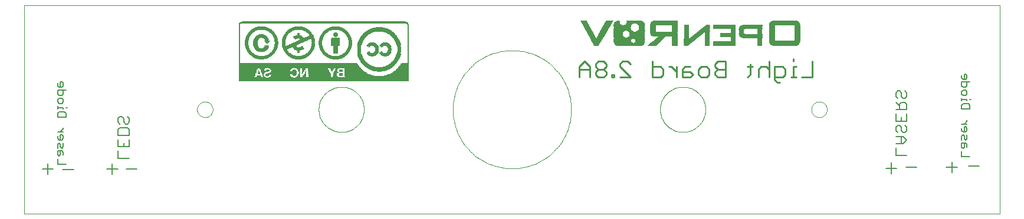
<source format=gbo>
G75*
G70*
%OFA0B0*%
%FSLAX24Y24*%
%IPPOS*%
%LPD*%
%AMOC8*
5,1,8,0,0,1.08239X$1,22.5*
%
%ADD10C,0.0000*%
%ADD11C,0.0080*%
%ADD12C,0.0070*%
%ADD13C,0.0100*%
%ADD14C,0.0050*%
%ADD15R,0.9570X0.0010*%
%ADD16R,0.9590X0.0010*%
%ADD17R,0.9600X0.0010*%
%ADD18R,0.6430X0.0010*%
%ADD19R,0.1400X0.0010*%
%ADD20R,0.1560X0.0010*%
%ADD21R,0.3630X0.0010*%
%ADD22R,0.0370X0.0010*%
%ADD23R,0.1300X0.0010*%
%ADD24R,0.0220X0.0010*%
%ADD25R,0.0260X0.0010*%
%ADD26R,0.1320X0.0010*%
%ADD27R,0.0140X0.0010*%
%ADD28R,0.0290X0.0010*%
%ADD29R,0.0870X0.0010*%
%ADD30R,0.0330X0.0010*%
%ADD31R,0.1280X0.0010*%
%ADD32R,0.0210X0.0010*%
%ADD33R,0.0230X0.0010*%
%ADD34R,0.1270X0.0010*%
%ADD35R,0.0110X0.0010*%
%ADD36R,0.0270X0.0010*%
%ADD37R,0.0300X0.0010*%
%ADD38R,0.1230X0.0010*%
%ADD39R,0.0100X0.0010*%
%ADD40R,0.0280X0.0010*%
%ADD41R,0.0200X0.0010*%
%ADD42R,0.0190X0.0010*%
%ADD43R,0.1210X0.0010*%
%ADD44R,0.0090X0.0010*%
%ADD45R,0.0250X0.0010*%
%ADD46R,0.0880X0.0010*%
%ADD47R,0.0180X0.0010*%
%ADD48R,0.1180X0.0010*%
%ADD49R,0.0080X0.0010*%
%ADD50R,0.0170X0.0010*%
%ADD51R,0.1160X0.0010*%
%ADD52R,0.1570X0.0010*%
%ADD53R,0.1850X0.0010*%
%ADD54R,0.0150X0.0010*%
%ADD55R,0.1140X0.0010*%
%ADD56R,0.0070X0.0010*%
%ADD57R,0.0890X0.0010*%
%ADD58R,0.1480X0.0010*%
%ADD59R,0.1750X0.0010*%
%ADD60R,0.0240X0.0010*%
%ADD61R,0.1120X0.0010*%
%ADD62R,0.0060X0.0010*%
%ADD63R,0.1420X0.0010*%
%ADD64R,0.1690X0.0010*%
%ADD65R,0.1110X0.0010*%
%ADD66R,0.0900X0.0010*%
%ADD67R,0.1370X0.0010*%
%ADD68R,0.1640X0.0010*%
%ADD69R,0.0130X0.0010*%
%ADD70R,0.1100X0.0010*%
%ADD71R,0.1330X0.0010*%
%ADD72R,0.1600X0.0010*%
%ADD73R,0.0160X0.0010*%
%ADD74R,0.0120X0.0010*%
%ADD75R,0.1090X0.0010*%
%ADD76R,0.1290X0.0010*%
%ADD77R,0.1080X0.0010*%
%ADD78R,0.0910X0.0010*%
%ADD79R,0.1250X0.0010*%
%ADD80R,0.1530X0.0010*%
%ADD81R,0.1220X0.0010*%
%ADD82R,0.1500X0.0010*%
%ADD83R,0.1060X0.0010*%
%ADD84R,0.1190X0.0010*%
%ADD85R,0.1470X0.0010*%
%ADD86R,0.0920X0.0010*%
%ADD87R,0.1170X0.0010*%
%ADD88R,0.1440X0.0010*%
%ADD89R,0.1050X0.0010*%
%ADD90R,0.0930X0.0010*%
%ADD91R,0.1390X0.0010*%
%ADD92R,0.1350X0.0010*%
%ADD93R,0.0010X0.0010*%
%ADD94R,0.0940X0.0010*%
%ADD95R,0.0020X0.0010*%
%ADD96R,0.1030X0.0010*%
%ADD97R,0.1310X0.0010*%
%ADD98R,0.1660X0.0010*%
%ADD99R,0.1010X0.0010*%
%ADD100R,0.0030X0.0010*%
%ADD101R,0.1630X0.0010*%
%ADD102R,0.0950X0.0010*%
%ADD103R,0.1000X0.0010*%
%ADD104R,0.0040X0.0010*%
%ADD105R,0.0980X0.0010*%
%ADD106R,0.1260X0.0010*%
%ADD107R,0.0960X0.0010*%
%ADD108R,0.1240X0.0010*%
%ADD109R,0.0050X0.0010*%
%ADD110R,0.1510X0.0010*%
%ADD111R,0.1200X0.0010*%
%ADD112R,0.0970X0.0010*%
%ADD113R,0.1460X0.0010*%
%ADD114R,0.0850X0.0010*%
%ADD115R,0.1130X0.0010*%
%ADD116R,0.1450X0.0010*%
%ADD117R,0.0990X0.0010*%
%ADD118R,0.0840X0.0010*%
%ADD119R,0.0830X0.0010*%
%ADD120R,0.1430X0.0010*%
%ADD121R,0.0410X0.0010*%
%ADD122R,0.0810X0.0010*%
%ADD123R,0.0430X0.0010*%
%ADD124R,0.0800X0.0010*%
%ADD125R,0.0540X0.0010*%
%ADD126R,0.1070X0.0010*%
%ADD127R,0.0450X0.0010*%
%ADD128R,0.0790X0.0010*%
%ADD129R,0.0620X0.0010*%
%ADD130R,0.0770X0.0010*%
%ADD131R,0.0700X0.0010*%
%ADD132R,0.0760X0.0010*%
%ADD133R,0.1040X0.0010*%
%ADD134R,0.0750X0.0010*%
%ADD135R,0.0820X0.0010*%
%ADD136R,0.0740X0.0010*%
%ADD137R,0.1020X0.0010*%
%ADD138R,0.0730X0.0010*%
%ADD139R,0.1150X0.0010*%
%ADD140R,0.0720X0.0010*%
%ADD141R,0.0710X0.0010*%
%ADD142R,0.0690X0.0010*%
%ADD143R,0.0680X0.0010*%
%ADD144R,0.0670X0.0010*%
%ADD145R,0.0660X0.0010*%
%ADD146R,0.0650X0.0010*%
%ADD147R,0.0640X0.0010*%
%ADD148R,0.0630X0.0010*%
%ADD149R,0.0320X0.0010*%
%ADD150R,0.1340X0.0010*%
%ADD151R,0.0360X0.0010*%
%ADD152R,0.0610X0.0010*%
%ADD153R,0.1380X0.0010*%
%ADD154R,0.3720X0.0010*%
%ADD155R,0.1590X0.0010*%
%ADD156R,0.0600X0.0010*%
%ADD157R,0.6850X0.0010*%
%ADD158R,0.0590X0.0010*%
%ADD159R,0.6840X0.0010*%
%ADD160R,0.0580X0.0010*%
%ADD161R,0.6830X0.0010*%
%ADD162R,0.0550X0.0010*%
%ADD163R,0.6820X0.0010*%
%ADD164R,0.0570X0.0010*%
%ADD165R,0.0510X0.0010*%
%ADD166R,0.0520X0.0010*%
%ADD167R,0.0560X0.0010*%
%ADD168R,0.0490X0.0010*%
%ADD169R,0.6810X0.0010*%
%ADD170R,0.0460X0.0010*%
%ADD171R,0.0470X0.0010*%
%ADD172R,0.6800X0.0010*%
%ADD173R,0.6790X0.0010*%
%ADD174R,0.0440X0.0010*%
%ADD175R,0.6780X0.0010*%
%ADD176R,0.0530X0.0010*%
%ADD177R,0.0420X0.0010*%
%ADD178R,0.6770X0.0010*%
%ADD179R,0.0400X0.0010*%
%ADD180R,0.6760X0.0010*%
%ADD181R,0.0390X0.0010*%
%ADD182R,0.0500X0.0010*%
%ADD183R,0.0380X0.0010*%
%ADD184R,0.6750X0.0010*%
%ADD185R,0.6740X0.0010*%
%ADD186R,0.6730X0.0010*%
%ADD187R,0.0480X0.0010*%
%ADD188R,0.0350X0.0010*%
%ADD189R,0.6720X0.0010*%
%ADD190R,0.0340X0.0010*%
%ADD191R,0.6710X0.0010*%
%ADD192R,0.6700X0.0010*%
%ADD193R,0.6690X0.0010*%
%ADD194R,0.6680X0.0010*%
%ADD195R,0.0310X0.0010*%
%ADD196R,0.0780X0.0010*%
%ADD197R,0.0860X0.0010*%
%ADD198R,0.1360X0.0010*%
%ADD199R,0.9530X0.0010*%
%ADD200R,0.9520X0.0010*%
%ADD201R,0.9510X0.0010*%
%ADD202R,0.9490X0.0010*%
%ADD203R,0.9460X0.0010*%
%ADD204R,0.9430X0.0010*%
%ADD205R,0.9390X0.0010*%
%ADD206R,0.9350X0.0010*%
%ADD207R,0.9230X0.0010*%
%ADD208R,0.1540X0.0010*%
%ADD209R,0.1620X0.0010*%
%ADD210R,0.1610X0.0010*%
%ADD211R,0.1650X0.0010*%
%ADD212R,0.1680X0.0010*%
%ADD213R,0.1670X0.0010*%
%ADD214R,0.1700X0.0010*%
%ADD215R,0.1720X0.0010*%
%ADD216R,0.1710X0.0010*%
%ADD217R,0.1730X0.0010*%
%ADD218R,0.1740X0.0010*%
%ADD219R,0.1760X0.0010*%
%ADD220R,0.1490X0.0010*%
%ADD221R,0.1520X0.0010*%
%ADD222R,0.1550X0.0010*%
D10*
X000377Y000280D02*
X055495Y000280D01*
X055495Y012091D01*
X000377Y012091D01*
X000377Y000280D01*
X010135Y006186D02*
X010137Y006227D01*
X010143Y006269D01*
X010152Y006309D01*
X010166Y006348D01*
X010183Y006386D01*
X010203Y006422D01*
X010227Y006456D01*
X010254Y006488D01*
X010284Y006517D01*
X010316Y006543D01*
X010351Y006566D01*
X010387Y006586D01*
X010425Y006602D01*
X010465Y006614D01*
X010506Y006623D01*
X010547Y006628D01*
X010588Y006629D01*
X010630Y006626D01*
X010671Y006619D01*
X010711Y006609D01*
X010750Y006594D01*
X010787Y006576D01*
X010823Y006555D01*
X010857Y006530D01*
X010888Y006503D01*
X010916Y006473D01*
X010941Y006440D01*
X010963Y006404D01*
X010982Y006367D01*
X010997Y006329D01*
X011009Y006289D01*
X011017Y006248D01*
X011021Y006207D01*
X011021Y006165D01*
X011017Y006124D01*
X011009Y006083D01*
X010997Y006043D01*
X010982Y006005D01*
X010963Y005968D01*
X010941Y005932D01*
X010916Y005899D01*
X010888Y005869D01*
X010857Y005842D01*
X010823Y005817D01*
X010787Y005796D01*
X010750Y005778D01*
X010711Y005763D01*
X010671Y005753D01*
X010630Y005746D01*
X010588Y005743D01*
X010547Y005744D01*
X010506Y005749D01*
X010465Y005758D01*
X010425Y005770D01*
X010387Y005786D01*
X010351Y005806D01*
X010316Y005829D01*
X010284Y005855D01*
X010254Y005884D01*
X010227Y005916D01*
X010203Y005950D01*
X010183Y005986D01*
X010166Y006024D01*
X010152Y006063D01*
X010143Y006103D01*
X010137Y006145D01*
X010135Y006186D01*
X017010Y006186D02*
X017012Y006257D01*
X017018Y006328D01*
X017028Y006399D01*
X017042Y006468D01*
X017059Y006537D01*
X017081Y006605D01*
X017106Y006672D01*
X017135Y006737D01*
X017167Y006800D01*
X017203Y006862D01*
X017242Y006921D01*
X017285Y006978D01*
X017330Y007033D01*
X017379Y007085D01*
X017430Y007134D01*
X017484Y007180D01*
X017541Y007224D01*
X017599Y007264D01*
X017660Y007300D01*
X017723Y007334D01*
X017788Y007363D01*
X017854Y007389D01*
X017922Y007412D01*
X017990Y007430D01*
X018060Y007445D01*
X018130Y007456D01*
X018201Y007463D01*
X018272Y007466D01*
X018343Y007465D01*
X018414Y007460D01*
X018485Y007451D01*
X018555Y007438D01*
X018624Y007422D01*
X018692Y007401D01*
X018759Y007377D01*
X018825Y007349D01*
X018888Y007317D01*
X018950Y007282D01*
X019010Y007244D01*
X019068Y007202D01*
X019123Y007158D01*
X019176Y007110D01*
X019226Y007059D01*
X019273Y007006D01*
X019317Y006950D01*
X019358Y006892D01*
X019396Y006831D01*
X019430Y006769D01*
X019460Y006704D01*
X019487Y006639D01*
X019511Y006571D01*
X019530Y006503D01*
X019546Y006434D01*
X019558Y006363D01*
X019566Y006293D01*
X019570Y006222D01*
X019570Y006150D01*
X019566Y006079D01*
X019558Y006009D01*
X019546Y005938D01*
X019530Y005869D01*
X019511Y005801D01*
X019487Y005733D01*
X019460Y005668D01*
X019430Y005603D01*
X019396Y005541D01*
X019358Y005480D01*
X019317Y005422D01*
X019273Y005366D01*
X019226Y005313D01*
X019176Y005262D01*
X019123Y005214D01*
X019068Y005170D01*
X019010Y005128D01*
X018950Y005090D01*
X018888Y005055D01*
X018825Y005023D01*
X018759Y004995D01*
X018692Y004971D01*
X018624Y004950D01*
X018555Y004934D01*
X018485Y004921D01*
X018414Y004912D01*
X018343Y004907D01*
X018272Y004906D01*
X018201Y004909D01*
X018130Y004916D01*
X018060Y004927D01*
X017990Y004942D01*
X017922Y004960D01*
X017854Y004983D01*
X017788Y005009D01*
X017723Y005038D01*
X017660Y005072D01*
X017599Y005108D01*
X017541Y005148D01*
X017484Y005192D01*
X017430Y005238D01*
X017379Y005287D01*
X017330Y005339D01*
X017285Y005394D01*
X017242Y005451D01*
X017203Y005510D01*
X017167Y005572D01*
X017135Y005635D01*
X017106Y005700D01*
X017081Y005767D01*
X017059Y005835D01*
X017042Y005904D01*
X017028Y005973D01*
X017018Y006044D01*
X017012Y006115D01*
X017010Y006186D01*
X024590Y006186D02*
X024594Y006350D01*
X024606Y006514D01*
X024626Y006677D01*
X024654Y006839D01*
X024690Y006999D01*
X024734Y007157D01*
X024786Y007313D01*
X024845Y007466D01*
X024911Y007617D01*
X024985Y007763D01*
X025066Y007906D01*
X025154Y008045D01*
X025248Y008179D01*
X025350Y008309D01*
X025457Y008433D01*
X025570Y008552D01*
X025689Y008665D01*
X025813Y008772D01*
X025943Y008874D01*
X026077Y008968D01*
X026216Y009056D01*
X026359Y009137D01*
X026505Y009211D01*
X026656Y009277D01*
X026809Y009336D01*
X026965Y009388D01*
X027123Y009432D01*
X027283Y009468D01*
X027445Y009496D01*
X027608Y009516D01*
X027772Y009528D01*
X027936Y009532D01*
X028100Y009528D01*
X028264Y009516D01*
X028427Y009496D01*
X028589Y009468D01*
X028749Y009432D01*
X028907Y009388D01*
X029063Y009336D01*
X029216Y009277D01*
X029367Y009211D01*
X029513Y009137D01*
X029656Y009056D01*
X029795Y008968D01*
X029929Y008874D01*
X030059Y008772D01*
X030183Y008665D01*
X030302Y008552D01*
X030415Y008433D01*
X030522Y008309D01*
X030624Y008179D01*
X030718Y008045D01*
X030806Y007906D01*
X030887Y007763D01*
X030961Y007617D01*
X031027Y007466D01*
X031086Y007313D01*
X031138Y007157D01*
X031182Y006999D01*
X031218Y006839D01*
X031246Y006677D01*
X031266Y006514D01*
X031278Y006350D01*
X031282Y006186D01*
X031278Y006022D01*
X031266Y005858D01*
X031246Y005695D01*
X031218Y005533D01*
X031182Y005373D01*
X031138Y005215D01*
X031086Y005059D01*
X031027Y004906D01*
X030961Y004755D01*
X030887Y004609D01*
X030806Y004466D01*
X030718Y004327D01*
X030624Y004193D01*
X030522Y004063D01*
X030415Y003939D01*
X030302Y003820D01*
X030183Y003707D01*
X030059Y003600D01*
X029929Y003498D01*
X029795Y003404D01*
X029656Y003316D01*
X029513Y003235D01*
X029367Y003161D01*
X029216Y003095D01*
X029063Y003036D01*
X028907Y002984D01*
X028749Y002940D01*
X028589Y002904D01*
X028427Y002876D01*
X028264Y002856D01*
X028100Y002844D01*
X027936Y002840D01*
X027772Y002844D01*
X027608Y002856D01*
X027445Y002876D01*
X027283Y002904D01*
X027123Y002940D01*
X026965Y002984D01*
X026809Y003036D01*
X026656Y003095D01*
X026505Y003161D01*
X026359Y003235D01*
X026216Y003316D01*
X026077Y003404D01*
X025943Y003498D01*
X025813Y003600D01*
X025689Y003707D01*
X025570Y003820D01*
X025457Y003939D01*
X025350Y004063D01*
X025248Y004193D01*
X025154Y004327D01*
X025066Y004466D01*
X024985Y004609D01*
X024911Y004755D01*
X024845Y004906D01*
X024786Y005059D01*
X024734Y005215D01*
X024690Y005373D01*
X024654Y005533D01*
X024626Y005695D01*
X024606Y005858D01*
X024594Y006022D01*
X024590Y006186D01*
X036302Y006186D02*
X036304Y006257D01*
X036310Y006328D01*
X036320Y006399D01*
X036334Y006468D01*
X036351Y006537D01*
X036373Y006605D01*
X036398Y006672D01*
X036427Y006737D01*
X036459Y006800D01*
X036495Y006862D01*
X036534Y006921D01*
X036577Y006978D01*
X036622Y007033D01*
X036671Y007085D01*
X036722Y007134D01*
X036776Y007180D01*
X036833Y007224D01*
X036891Y007264D01*
X036952Y007300D01*
X037015Y007334D01*
X037080Y007363D01*
X037146Y007389D01*
X037214Y007412D01*
X037282Y007430D01*
X037352Y007445D01*
X037422Y007456D01*
X037493Y007463D01*
X037564Y007466D01*
X037635Y007465D01*
X037706Y007460D01*
X037777Y007451D01*
X037847Y007438D01*
X037916Y007422D01*
X037984Y007401D01*
X038051Y007377D01*
X038117Y007349D01*
X038180Y007317D01*
X038242Y007282D01*
X038302Y007244D01*
X038360Y007202D01*
X038415Y007158D01*
X038468Y007110D01*
X038518Y007059D01*
X038565Y007006D01*
X038609Y006950D01*
X038650Y006892D01*
X038688Y006831D01*
X038722Y006769D01*
X038752Y006704D01*
X038779Y006639D01*
X038803Y006571D01*
X038822Y006503D01*
X038838Y006434D01*
X038850Y006363D01*
X038858Y006293D01*
X038862Y006222D01*
X038862Y006150D01*
X038858Y006079D01*
X038850Y006009D01*
X038838Y005938D01*
X038822Y005869D01*
X038803Y005801D01*
X038779Y005733D01*
X038752Y005668D01*
X038722Y005603D01*
X038688Y005541D01*
X038650Y005480D01*
X038609Y005422D01*
X038565Y005366D01*
X038518Y005313D01*
X038468Y005262D01*
X038415Y005214D01*
X038360Y005170D01*
X038302Y005128D01*
X038242Y005090D01*
X038180Y005055D01*
X038117Y005023D01*
X038051Y004995D01*
X037984Y004971D01*
X037916Y004950D01*
X037847Y004934D01*
X037777Y004921D01*
X037706Y004912D01*
X037635Y004907D01*
X037564Y004906D01*
X037493Y004909D01*
X037422Y004916D01*
X037352Y004927D01*
X037282Y004942D01*
X037214Y004960D01*
X037146Y004983D01*
X037080Y005009D01*
X037015Y005038D01*
X036952Y005072D01*
X036891Y005108D01*
X036833Y005148D01*
X036776Y005192D01*
X036722Y005238D01*
X036671Y005287D01*
X036622Y005339D01*
X036577Y005394D01*
X036534Y005451D01*
X036495Y005510D01*
X036459Y005572D01*
X036427Y005635D01*
X036398Y005700D01*
X036373Y005767D01*
X036351Y005835D01*
X036334Y005904D01*
X036320Y005973D01*
X036310Y006044D01*
X036304Y006115D01*
X036302Y006186D01*
X044851Y006186D02*
X044853Y006227D01*
X044859Y006269D01*
X044868Y006309D01*
X044882Y006348D01*
X044899Y006386D01*
X044919Y006422D01*
X044943Y006456D01*
X044970Y006488D01*
X045000Y006517D01*
X045032Y006543D01*
X045067Y006566D01*
X045103Y006586D01*
X045141Y006602D01*
X045181Y006614D01*
X045222Y006623D01*
X045263Y006628D01*
X045304Y006629D01*
X045346Y006626D01*
X045387Y006619D01*
X045427Y006609D01*
X045466Y006594D01*
X045503Y006576D01*
X045539Y006555D01*
X045573Y006530D01*
X045604Y006503D01*
X045632Y006473D01*
X045657Y006440D01*
X045679Y006404D01*
X045698Y006367D01*
X045713Y006329D01*
X045725Y006289D01*
X045733Y006248D01*
X045737Y006207D01*
X045737Y006165D01*
X045733Y006124D01*
X045725Y006083D01*
X045713Y006043D01*
X045698Y006005D01*
X045679Y005968D01*
X045657Y005932D01*
X045632Y005899D01*
X045604Y005869D01*
X045573Y005842D01*
X045539Y005817D01*
X045503Y005796D01*
X045466Y005778D01*
X045427Y005763D01*
X045387Y005753D01*
X045346Y005746D01*
X045304Y005743D01*
X045263Y005744D01*
X045222Y005749D01*
X045181Y005758D01*
X045141Y005770D01*
X045103Y005786D01*
X045067Y005806D01*
X045032Y005829D01*
X045000Y005855D01*
X044970Y005884D01*
X044943Y005916D01*
X044919Y005950D01*
X044899Y005986D01*
X044882Y006024D01*
X044868Y006063D01*
X044859Y006103D01*
X044853Y006145D01*
X044851Y006186D01*
D11*
X052787Y003222D02*
X052787Y002609D01*
X053094Y002915D02*
X052480Y002915D01*
X053729Y002968D02*
X054343Y002968D01*
X050808Y002915D02*
X050194Y002915D01*
X049678Y002866D02*
X049064Y002866D01*
X049371Y003173D02*
X049371Y002559D01*
X006735Y002817D02*
X006121Y002817D01*
X005655Y002819D02*
X005041Y002819D01*
X005348Y003126D02*
X005348Y002512D01*
X003162Y002771D02*
X002548Y002771D01*
X002011Y002817D02*
X001397Y002817D01*
X001704Y003124D02*
X001704Y002510D01*
D12*
X005671Y003434D02*
X005671Y003854D01*
X005671Y004078D02*
X005671Y004498D01*
X006301Y004498D02*
X006301Y004078D01*
X005671Y004078D01*
X005986Y004078D02*
X005986Y004288D01*
X005671Y004723D02*
X005671Y005038D01*
X005776Y005143D01*
X006196Y005143D01*
X006301Y005038D01*
X006301Y004723D01*
X005671Y004723D01*
X005776Y005367D02*
X005671Y005472D01*
X005671Y005682D01*
X005776Y005788D01*
X005881Y005788D01*
X005986Y005682D01*
X005986Y005472D01*
X006091Y005367D01*
X006196Y005367D01*
X006301Y005472D01*
X006301Y005682D01*
X006196Y005788D01*
X006301Y003434D02*
X005671Y003434D01*
X049618Y003592D02*
X049618Y004012D01*
X049618Y004236D02*
X050038Y004236D01*
X050248Y004447D01*
X050038Y004657D01*
X049618Y004657D01*
X049933Y004657D02*
X049933Y004236D01*
X050038Y004881D02*
X049933Y004986D01*
X049933Y005196D01*
X049828Y005301D01*
X049723Y005301D01*
X049618Y005196D01*
X049618Y004986D01*
X049723Y004881D01*
X050038Y004881D02*
X050143Y004881D01*
X050248Y004986D01*
X050248Y005196D01*
X050143Y005301D01*
X050248Y005525D02*
X049618Y005525D01*
X049618Y005946D01*
X050248Y005946D02*
X050248Y005525D01*
X049933Y005525D02*
X049933Y005736D01*
X049828Y006170D02*
X049828Y006485D01*
X049933Y006590D01*
X050143Y006590D01*
X050248Y006485D01*
X050248Y006170D01*
X049618Y006170D01*
X049828Y006380D02*
X049618Y006590D01*
X049723Y006815D02*
X049618Y006920D01*
X049618Y007130D01*
X049723Y007235D01*
X049828Y007235D01*
X049933Y007130D01*
X049933Y006920D01*
X050038Y006815D01*
X050143Y006815D01*
X050248Y006920D01*
X050248Y007130D01*
X050143Y007235D01*
X050248Y003592D02*
X049618Y003592D01*
D13*
X043079Y007707D02*
X042928Y007707D01*
X042778Y007857D01*
X042778Y008608D01*
X043229Y008608D01*
X043379Y008458D01*
X043379Y008157D01*
X043229Y008007D01*
X042778Y008007D01*
X042458Y008007D02*
X042458Y008908D01*
X041387Y008758D02*
X041387Y008157D01*
X041237Y008007D01*
X041858Y008007D02*
X041858Y008458D01*
X042008Y008608D01*
X042308Y008608D01*
X042458Y008458D01*
X041537Y008608D02*
X041237Y008608D01*
X040003Y008458D02*
X039552Y008458D01*
X039402Y008307D01*
X039402Y008157D01*
X039552Y008007D01*
X040003Y008007D01*
X040003Y008908D01*
X039552Y008908D01*
X039402Y008758D01*
X039402Y008608D01*
X039552Y008458D01*
X039082Y008458D02*
X039082Y008157D01*
X038932Y008007D01*
X038631Y008007D01*
X038481Y008157D01*
X038481Y008458D01*
X038631Y008608D01*
X038932Y008608D01*
X039082Y008458D01*
X038161Y008157D02*
X038011Y008307D01*
X037561Y008307D01*
X037561Y008458D02*
X037561Y008007D01*
X038011Y008007D01*
X038161Y008157D01*
X037711Y008608D02*
X037561Y008458D01*
X037240Y008307D02*
X036940Y008608D01*
X036790Y008608D01*
X036473Y008458D02*
X036323Y008608D01*
X035872Y008608D01*
X035872Y008908D02*
X035872Y008007D01*
X036323Y008007D01*
X036473Y008157D01*
X036473Y008458D01*
X037240Y008608D02*
X037240Y008007D01*
X037711Y008608D02*
X038011Y008608D01*
X034631Y008758D02*
X034481Y008908D01*
X034181Y008908D01*
X034031Y008758D01*
X034031Y008608D01*
X034631Y008007D01*
X034031Y008007D01*
X033711Y008007D02*
X033560Y008007D01*
X033560Y008157D01*
X033711Y008157D01*
X033711Y008007D01*
X033250Y008157D02*
X033250Y008307D01*
X033100Y008458D01*
X032800Y008458D01*
X032650Y008307D01*
X032650Y008157D01*
X032800Y008007D01*
X033100Y008007D01*
X033250Y008157D01*
X033100Y008458D02*
X033250Y008608D01*
X033250Y008758D01*
X033100Y008908D01*
X032800Y008908D01*
X032650Y008758D01*
X032650Y008608D01*
X032800Y008458D01*
X032329Y008458D02*
X031729Y008458D01*
X031729Y008608D02*
X031729Y008007D01*
X032329Y008007D02*
X032329Y008608D01*
X032029Y008908D01*
X031729Y008608D01*
X043692Y008007D02*
X043993Y008007D01*
X043843Y008007D02*
X043843Y008608D01*
X043993Y008608D01*
X043843Y008908D02*
X043843Y009058D01*
X044913Y008908D02*
X044913Y008007D01*
X044313Y008007D01*
D14*
X053348Y007971D02*
X053423Y007896D01*
X053573Y007896D01*
X053648Y007971D01*
X053648Y008121D01*
X053573Y008196D01*
X053498Y008196D01*
X053498Y007896D01*
X053348Y007971D02*
X053348Y008121D01*
X053348Y007736D02*
X053348Y007510D01*
X053423Y007435D01*
X053573Y007435D01*
X053648Y007510D01*
X053648Y007736D01*
X053798Y007736D02*
X053348Y007736D01*
X053423Y007275D02*
X053573Y007275D01*
X053648Y007200D01*
X053648Y007050D01*
X053573Y006975D01*
X053423Y006975D01*
X053348Y007050D01*
X053348Y007200D01*
X053423Y007275D01*
X053348Y006818D02*
X053348Y006668D01*
X053348Y006743D02*
X053648Y006743D01*
X053648Y006668D01*
X053798Y006743D02*
X053873Y006743D01*
X053723Y006508D02*
X053423Y006508D01*
X053348Y006433D01*
X053348Y006208D01*
X053798Y006208D01*
X053798Y006433D01*
X053723Y006508D01*
X053648Y005589D02*
X053648Y005514D01*
X053498Y005363D01*
X053348Y005363D02*
X053648Y005363D01*
X053573Y005203D02*
X053498Y005203D01*
X053498Y004903D01*
X053423Y004903D02*
X053573Y004903D01*
X053648Y004978D01*
X053648Y005128D01*
X053573Y005203D01*
X053348Y005128D02*
X053348Y004978D01*
X053423Y004903D01*
X053423Y004743D02*
X053498Y004668D01*
X053498Y004518D01*
X053573Y004443D01*
X053648Y004518D01*
X053648Y004743D01*
X053423Y004743D02*
X053348Y004668D01*
X053348Y004443D01*
X053348Y004283D02*
X053348Y004057D01*
X053423Y003982D01*
X053498Y004057D01*
X053498Y004283D01*
X053573Y004283D02*
X053348Y004283D01*
X053573Y004283D02*
X053648Y004208D01*
X053648Y004057D01*
X053348Y003822D02*
X053348Y003522D01*
X053798Y003522D01*
X002791Y006300D02*
X002716Y006300D01*
X002565Y006300D02*
X002265Y006300D01*
X002265Y006225D02*
X002265Y006375D01*
X002565Y006300D02*
X002565Y006225D01*
X002641Y006065D02*
X002716Y005990D01*
X002716Y005765D01*
X002265Y005765D01*
X002265Y005990D01*
X002340Y006065D01*
X002641Y006065D01*
X002490Y006532D02*
X002340Y006532D01*
X002265Y006607D01*
X002265Y006757D01*
X002340Y006832D01*
X002490Y006832D01*
X002565Y006757D01*
X002565Y006607D01*
X002490Y006532D01*
X002490Y006992D02*
X002565Y007067D01*
X002565Y007293D01*
X002716Y007293D02*
X002265Y007293D01*
X002265Y007067D01*
X002340Y006992D01*
X002490Y006992D01*
X002490Y007453D02*
X002565Y007528D01*
X002565Y007678D01*
X002490Y007753D01*
X002415Y007753D01*
X002415Y007453D01*
X002340Y007453D02*
X002490Y007453D01*
X002340Y007453D02*
X002265Y007528D01*
X002265Y007678D01*
X002565Y005146D02*
X002565Y005071D01*
X002415Y004921D01*
X002265Y004921D02*
X002565Y004921D01*
X002490Y004760D02*
X002415Y004760D01*
X002415Y004460D01*
X002340Y004460D02*
X002490Y004460D01*
X002565Y004535D01*
X002565Y004685D01*
X002490Y004760D01*
X002265Y004685D02*
X002265Y004535D01*
X002340Y004460D01*
X002340Y004300D02*
X002415Y004225D01*
X002415Y004075D01*
X002490Y004000D01*
X002565Y004075D01*
X002565Y004300D01*
X002340Y004300D02*
X002265Y004225D01*
X002265Y004000D01*
X002265Y003840D02*
X002265Y003614D01*
X002340Y003539D01*
X002415Y003614D01*
X002415Y003840D01*
X002490Y003840D02*
X002265Y003840D01*
X002490Y003840D02*
X002565Y003765D01*
X002565Y003614D01*
X002265Y003379D02*
X002265Y003079D01*
X002716Y003079D01*
D15*
X017294Y007786D03*
D16*
X017294Y007796D03*
X017294Y007806D03*
X017294Y007816D03*
D17*
X017299Y007826D03*
X017299Y007836D03*
X017299Y007846D03*
X017299Y007856D03*
X017299Y007866D03*
X017299Y007876D03*
X017299Y007886D03*
X017299Y007896D03*
X017299Y007906D03*
X017299Y007916D03*
X017299Y007926D03*
X017299Y007936D03*
X017299Y007946D03*
X017299Y007956D03*
X017299Y007966D03*
D18*
X018884Y007976D03*
D19*
X020419Y008536D03*
X014869Y007976D03*
D20*
X014979Y008226D03*
X013279Y007976D03*
X019249Y008096D03*
X043346Y011137D03*
D21*
X020284Y008036D03*
X020284Y008026D03*
X020284Y008016D03*
X020284Y008006D03*
X020284Y007996D03*
X020284Y007986D03*
D22*
X017994Y007986D03*
X019724Y008686D03*
X019734Y008676D03*
X021104Y008676D03*
X021114Y008686D03*
X020764Y009226D03*
X020044Y009226D03*
X020034Y009916D03*
X020754Y009916D03*
X021104Y010466D03*
X021094Y010476D03*
X021124Y010456D03*
X019724Y010466D03*
X019714Y010456D03*
X017954Y010846D03*
X015844Y010326D03*
X016544Y010286D03*
X016244Y009206D03*
X015864Y009026D03*
X015484Y009206D03*
X014164Y009206D03*
X013394Y009206D03*
X013944Y008316D03*
X032941Y010297D03*
X032951Y010317D03*
X032961Y010327D03*
X033001Y010397D03*
X033001Y010407D03*
X033021Y010437D03*
X033031Y010447D03*
X033051Y010487D03*
X033051Y010497D03*
X033071Y010527D03*
X033091Y010557D03*
X033101Y010577D03*
X033111Y010587D03*
X033111Y010597D03*
X033111Y010607D03*
X033121Y010617D03*
X033131Y010627D03*
X033141Y010647D03*
X033151Y010657D03*
X033151Y010667D03*
X033161Y010687D03*
X033171Y010697D03*
X033181Y010707D03*
X033181Y010717D03*
X033181Y010727D03*
X033191Y010737D03*
X033201Y010747D03*
X033201Y010757D03*
X033211Y010767D03*
X033211Y010777D03*
X033231Y010807D03*
X033251Y010847D03*
X033261Y010857D03*
X033291Y010907D03*
X033311Y010947D03*
X033401Y011107D03*
X034501Y010957D03*
X034511Y010967D03*
X034561Y011017D03*
X035251Y010957D03*
X035251Y010947D03*
X035921Y010937D03*
X035921Y010567D03*
X035251Y010667D03*
X037841Y009917D03*
X038921Y010807D03*
D23*
X041426Y010807D03*
X041426Y010817D03*
X041426Y010357D03*
X041426Y010347D03*
X020419Y010646D03*
X017049Y007986D03*
D24*
X016189Y007986D03*
X014119Y008136D03*
X014119Y008146D03*
X013879Y008276D03*
X013819Y008436D03*
X016179Y008506D03*
X017749Y008496D03*
X017749Y008486D03*
X018109Y008516D03*
X017979Y008296D03*
X017949Y008236D03*
X017939Y008226D03*
X017939Y008216D03*
X017929Y008206D03*
X017919Y008186D03*
X017919Y008176D03*
X017919Y008166D03*
X017919Y008156D03*
X017919Y008146D03*
X017919Y008136D03*
X017919Y008126D03*
X017919Y008116D03*
X017919Y008106D03*
X017919Y008096D03*
X018249Y008136D03*
X018249Y008146D03*
X020039Y009196D03*
X019819Y009376D03*
X020279Y009436D03*
X020279Y009446D03*
X020289Y009466D03*
X020289Y009476D03*
X020289Y009486D03*
X020289Y009496D03*
X020299Y009516D03*
X020299Y009526D03*
X020299Y009536D03*
X020299Y009546D03*
X020299Y009556D03*
X020299Y009566D03*
X020299Y009576D03*
X020299Y009586D03*
X020299Y009596D03*
X020299Y009606D03*
X020299Y009616D03*
X020299Y009626D03*
X020289Y009636D03*
X020289Y009646D03*
X020289Y009656D03*
X020289Y009666D03*
X020289Y009676D03*
X020279Y009696D03*
X020279Y009706D03*
X020999Y009706D03*
X021009Y009676D03*
X021009Y009666D03*
X021019Y009626D03*
X021019Y009616D03*
X021019Y009606D03*
X021019Y009596D03*
X021019Y009586D03*
X021019Y009576D03*
X021019Y009566D03*
X021019Y009556D03*
X021019Y009546D03*
X021019Y009536D03*
X021019Y009526D03*
X021019Y009516D03*
X021009Y009476D03*
X021009Y009466D03*
X021549Y009426D03*
X021559Y009536D03*
X021559Y009546D03*
X021559Y009556D03*
X021559Y009566D03*
X021559Y009576D03*
X021559Y009586D03*
X021559Y009596D03*
X021559Y009606D03*
X021549Y009716D03*
X020759Y009946D03*
X019299Y009766D03*
X019299Y009756D03*
X019299Y009746D03*
X019289Y009696D03*
X019289Y009686D03*
X019289Y009676D03*
X019289Y009666D03*
X019289Y009656D03*
X019289Y009646D03*
X019289Y009636D03*
X019289Y009626D03*
X019289Y009516D03*
X019289Y009506D03*
X019289Y009496D03*
X019289Y009486D03*
X019289Y009476D03*
X019289Y009466D03*
X019289Y009456D03*
X019289Y009446D03*
X019299Y009386D03*
X019299Y009376D03*
X018619Y009426D03*
X018609Y009416D03*
X018599Y009406D03*
X017299Y009406D03*
X017289Y009416D03*
X017279Y009426D03*
X016539Y009436D03*
X016529Y009426D03*
X016519Y009416D03*
X015209Y009416D03*
X015199Y009426D03*
X015189Y009436D03*
X014459Y009446D03*
X014449Y009436D03*
X014439Y009416D03*
X014429Y009406D03*
X014419Y009396D03*
X014409Y009386D03*
X013129Y009406D03*
X013119Y009416D03*
X013109Y009426D03*
X013779Y009016D03*
X015669Y009696D03*
X014069Y010106D03*
X014429Y010466D03*
X014439Y010456D03*
X014449Y010446D03*
X015199Y010456D03*
X015209Y010466D03*
X015219Y010476D03*
X015229Y010486D03*
X016499Y010486D03*
X016509Y010476D03*
X016519Y010466D03*
X016529Y010456D03*
X016539Y010436D03*
X016549Y010426D03*
X017279Y010446D03*
X017289Y010456D03*
X017299Y010466D03*
X017309Y010476D03*
X018599Y010466D03*
X018609Y010456D03*
X018619Y010446D03*
X013119Y010456D03*
X013109Y010446D03*
X013099Y010436D03*
X020759Y009196D03*
X033896Y011137D03*
X033896Y011147D03*
X038996Y010927D03*
X037766Y009797D03*
D25*
X037786Y009827D03*
X037786Y010177D03*
X037786Y010187D03*
X037786Y010197D03*
X037786Y010207D03*
X037786Y010217D03*
X037786Y010227D03*
X037786Y010237D03*
X037786Y010247D03*
X037786Y010257D03*
X037786Y010267D03*
X037786Y010277D03*
X037786Y010287D03*
X037786Y010297D03*
X037786Y010307D03*
X037786Y010317D03*
X037786Y010327D03*
X037786Y010337D03*
X037786Y010347D03*
X037786Y010357D03*
X037786Y010367D03*
X037786Y010377D03*
X037786Y010387D03*
X037786Y010397D03*
X037786Y010407D03*
X037786Y010417D03*
X037786Y010427D03*
X037786Y010437D03*
X037786Y010447D03*
X037786Y010457D03*
X037786Y010467D03*
X037786Y010477D03*
X037786Y010487D03*
X037786Y010497D03*
X037786Y010507D03*
X037786Y010517D03*
X037786Y010527D03*
X037786Y010537D03*
X037786Y010547D03*
X037786Y010557D03*
X037786Y010567D03*
X037786Y010577D03*
X037786Y010587D03*
X037786Y010597D03*
X037786Y010607D03*
X037786Y010617D03*
X037786Y010627D03*
X037786Y010637D03*
X037786Y010647D03*
X037786Y010657D03*
X037786Y010667D03*
X037786Y010677D03*
X037786Y010687D03*
X037786Y010697D03*
X037786Y010707D03*
X037786Y010717D03*
X037786Y010727D03*
X037786Y010737D03*
X037786Y010747D03*
X037786Y010757D03*
X037786Y010767D03*
X037786Y010777D03*
X037786Y010787D03*
X037786Y010797D03*
X037786Y010807D03*
X037786Y010817D03*
X037786Y010827D03*
X037786Y010837D03*
X037786Y010847D03*
X037786Y010857D03*
X037786Y010867D03*
X037786Y010877D03*
X037786Y010887D03*
X037786Y010897D03*
X037786Y010907D03*
X037786Y010917D03*
X037786Y010927D03*
X037786Y010937D03*
X038976Y010897D03*
X034646Y010587D03*
X034596Y010617D03*
X032706Y009817D03*
X032706Y009807D03*
X032706Y009797D03*
X021449Y010056D03*
X021439Y010076D03*
X021429Y010086D03*
X021429Y010096D03*
X021419Y010106D03*
X021419Y010116D03*
X021409Y010126D03*
X021399Y010146D03*
X020949Y009776D03*
X020569Y009786D03*
X020229Y009776D03*
X019849Y009786D03*
X019389Y010056D03*
X019399Y010076D03*
X019409Y010096D03*
X019419Y010106D03*
X019419Y010116D03*
X019429Y010126D03*
X019429Y010136D03*
X019439Y010146D03*
X018489Y010576D03*
X018479Y010586D03*
X017409Y010576D03*
X017399Y010566D03*
X016579Y010326D03*
X016019Y010196D03*
X016409Y010576D03*
X016419Y010566D03*
X015319Y010576D03*
X015309Y010566D03*
X014319Y010576D03*
X014309Y010586D03*
X013779Y010856D03*
X013239Y010576D03*
X013509Y010196D03*
X013499Y010186D03*
X013489Y010176D03*
X014019Y010196D03*
X014039Y009666D03*
X014029Y009656D03*
X013499Y009676D03*
X013489Y009686D03*
X013219Y009316D03*
X013229Y009306D03*
X015129Y009596D03*
X015319Y009306D03*
X015329Y009296D03*
X016399Y009296D03*
X016409Y009306D03*
X017389Y009316D03*
X017399Y009306D03*
X017409Y009296D03*
X017949Y009016D03*
X018489Y009296D03*
X018499Y009306D03*
X019409Y009046D03*
X019419Y009026D03*
X019429Y009016D03*
X019429Y009006D03*
X019439Y008996D03*
X019449Y008976D03*
X019849Y009356D03*
X020229Y009366D03*
X021449Y009086D03*
X021439Y009066D03*
X021429Y009056D03*
X021429Y009046D03*
X021419Y009036D03*
X021419Y009026D03*
X021409Y009016D03*
X021399Y008996D03*
X017989Y008276D03*
X017939Y008036D03*
X017749Y008516D03*
X015839Y007986D03*
X015629Y008186D03*
X013829Y008476D03*
D26*
X014869Y007986D03*
X020419Y008506D03*
X020419Y010636D03*
X041416Y010737D03*
X041416Y010427D03*
D27*
X033946Y011187D03*
X018069Y008506D03*
X017989Y008366D03*
X017749Y008426D03*
X016229Y008116D03*
X015889Y008066D03*
X015889Y008426D03*
X015889Y008436D03*
X016139Y008386D03*
X016139Y008376D03*
X014119Y008416D03*
X013859Y008236D03*
X013949Y007986D03*
X014109Y008076D03*
D28*
X013624Y007986D03*
X013834Y008486D03*
X014254Y009256D03*
X013284Y009266D03*
X013524Y009646D03*
X014004Y009636D03*
X014084Y010026D03*
X013994Y010216D03*
X013534Y010216D03*
X014264Y010616D03*
X015374Y010616D03*
X016354Y010616D03*
X017464Y010616D03*
X018434Y010616D03*
X019504Y010246D03*
X019514Y010256D03*
X019524Y010266D03*
X017954Y009776D03*
X017954Y009766D03*
X017954Y009756D03*
X017954Y009746D03*
X017954Y009736D03*
X017954Y009726D03*
X017954Y009716D03*
X017954Y009706D03*
X017954Y009696D03*
X017954Y009686D03*
X017954Y009676D03*
X017954Y009666D03*
X017954Y009656D03*
X017954Y009646D03*
X017954Y009636D03*
X017954Y009626D03*
X017954Y009616D03*
X017954Y009606D03*
X017954Y009596D03*
X017954Y009586D03*
X017954Y009576D03*
X017954Y009566D03*
X017954Y009556D03*
X017954Y009546D03*
X017954Y009536D03*
X017954Y009526D03*
X017954Y009516D03*
X017954Y009506D03*
X017954Y009496D03*
X017954Y009486D03*
X017954Y009476D03*
X017954Y009466D03*
X017954Y009456D03*
X017954Y009446D03*
X017954Y009436D03*
X017954Y009426D03*
X017954Y009416D03*
X017954Y009406D03*
X017954Y009396D03*
X017954Y009386D03*
X017954Y009376D03*
X017954Y009366D03*
X017954Y009356D03*
X017954Y009346D03*
X018434Y009256D03*
X017464Y009256D03*
X016344Y009256D03*
X015384Y009256D03*
X015704Y009676D03*
X019504Y008896D03*
X019514Y008886D03*
X019524Y008876D03*
X020764Y009206D03*
X020934Y009356D03*
X020214Y009356D03*
X021304Y008866D03*
X021314Y008876D03*
X021324Y008886D03*
X021324Y008896D03*
X021334Y008906D03*
X021344Y008916D03*
X020424Y008326D03*
X021344Y010226D03*
X021334Y010236D03*
X021324Y010256D03*
X021314Y010266D03*
X033871Y011087D03*
X034671Y010577D03*
X040421Y010577D03*
X040421Y010567D03*
X040421Y010557D03*
X040421Y010547D03*
X040421Y010537D03*
X040421Y010527D03*
X040421Y010517D03*
X040421Y010507D03*
X040421Y010587D03*
X040421Y010597D03*
X040421Y010607D03*
X040421Y010617D03*
X040421Y010627D03*
X040421Y010637D03*
X040421Y010647D03*
X040421Y010657D03*
X040421Y010667D03*
X040421Y010677D03*
X040421Y010687D03*
X040421Y010697D03*
X040421Y010707D03*
X040421Y010717D03*
X040421Y010727D03*
X040421Y010737D03*
X040901Y010687D03*
X040901Y010477D03*
X040421Y010277D03*
X040421Y010267D03*
X040421Y010257D03*
X040421Y010247D03*
X040421Y010237D03*
X040421Y010227D03*
X040421Y010217D03*
X040421Y010207D03*
X040421Y010197D03*
X040421Y010187D03*
X040421Y010177D03*
X040421Y010167D03*
X040421Y010157D03*
X040421Y010147D03*
X040421Y010137D03*
X040421Y010127D03*
X040421Y010117D03*
X040421Y010107D03*
X040421Y010097D03*
X040421Y010087D03*
X040421Y010077D03*
X040421Y010067D03*
X040421Y010057D03*
X040421Y010047D03*
X040421Y010037D03*
X040421Y010027D03*
X040421Y010017D03*
D29*
X035001Y010337D03*
X035001Y010517D03*
X034851Y011167D03*
X021664Y008296D03*
X020424Y008396D03*
X015864Y009116D03*
X012934Y008006D03*
X012934Y007996D03*
X012934Y007986D03*
D30*
X013924Y008306D03*
X014204Y009226D03*
X013784Y009456D03*
X015434Y009226D03*
X016294Y009226D03*
X017514Y009226D03*
X018384Y009226D03*
X020044Y009216D03*
X020764Y009216D03*
X021204Y008756D03*
X019634Y008756D03*
X019624Y008766D03*
X019614Y008776D03*
X017974Y007996D03*
X020034Y009926D03*
X019634Y010386D03*
X019644Y010396D03*
X019654Y010406D03*
X021194Y010396D03*
X021204Y010386D03*
X021214Y010376D03*
X021224Y010366D03*
X017514Y010646D03*
X016304Y010646D03*
X016284Y010656D03*
X015444Y010656D03*
X013774Y010396D03*
X013564Y010226D03*
X014084Y010046D03*
X031991Y011167D03*
X032011Y011137D03*
X032011Y011127D03*
X032031Y011097D03*
X032051Y011057D03*
X032051Y011047D03*
X032071Y011017D03*
X032101Y010977D03*
X032101Y010967D03*
X032121Y010927D03*
X032141Y010897D03*
X032161Y010857D03*
X032181Y010817D03*
X032191Y010807D03*
X032211Y010767D03*
X032221Y010747D03*
X032231Y010737D03*
X032231Y010727D03*
X032251Y010687D03*
X032271Y010657D03*
X032291Y010617D03*
X032301Y010607D03*
X032301Y010597D03*
X032321Y010567D03*
X032341Y010527D03*
X032351Y010507D03*
X032361Y010497D03*
X032361Y010487D03*
X032381Y010447D03*
X032401Y010417D03*
X032411Y010407D03*
X032411Y010397D03*
X032431Y010357D03*
X032451Y010327D03*
X032471Y010287D03*
X032491Y010257D03*
X032491Y010247D03*
X032521Y010207D03*
X032521Y010197D03*
X035271Y010747D03*
X035271Y010757D03*
X035271Y010857D03*
X035271Y010867D03*
X035271Y010877D03*
X035901Y010877D03*
X035901Y010867D03*
X035901Y010857D03*
X035901Y010847D03*
X035901Y010837D03*
X035901Y010827D03*
X035901Y010817D03*
X035901Y010807D03*
X035901Y010797D03*
X035901Y010787D03*
X035901Y010777D03*
X035901Y010767D03*
X035901Y010757D03*
X035901Y010747D03*
X035901Y010737D03*
X035901Y010727D03*
X035901Y010717D03*
X035901Y010707D03*
X035901Y010697D03*
X035901Y010687D03*
X035901Y010677D03*
X035901Y010667D03*
X035901Y010657D03*
X035901Y010647D03*
X035901Y010637D03*
X035901Y010627D03*
X035901Y010617D03*
X035901Y010887D03*
X038941Y010847D03*
X038941Y010837D03*
X040921Y010437D03*
D31*
X041436Y010317D03*
X039926Y010007D03*
X039926Y009997D03*
X039926Y009987D03*
X039926Y009977D03*
X039926Y009967D03*
X039926Y009957D03*
X039926Y009947D03*
X039926Y009937D03*
X039926Y009927D03*
X039926Y009917D03*
X039926Y009907D03*
X039926Y009897D03*
X039926Y009887D03*
X039926Y009877D03*
X039926Y009867D03*
X039926Y009857D03*
X039926Y009847D03*
X039926Y009837D03*
X039926Y009827D03*
X039926Y009817D03*
X039926Y009807D03*
X039926Y009797D03*
X039926Y009787D03*
X020419Y008496D03*
X017049Y008196D03*
X017049Y008186D03*
X017049Y008176D03*
X017049Y008166D03*
X017049Y008156D03*
X017049Y008146D03*
X017049Y008136D03*
X017049Y008126D03*
X017049Y008116D03*
X017049Y008106D03*
X017049Y008096D03*
X017049Y008086D03*
X017049Y008076D03*
X017049Y008066D03*
X017049Y008056D03*
X017049Y008046D03*
X017049Y008036D03*
X017049Y008026D03*
X017049Y008016D03*
X017049Y008006D03*
X017049Y007996D03*
D32*
X016194Y007996D03*
X016194Y008006D03*
X015854Y008006D03*
X015624Y008126D03*
X015624Y008366D03*
X015624Y008376D03*
X015854Y008496D03*
X016174Y008496D03*
X014124Y008156D03*
X014114Y008126D03*
X014114Y008116D03*
X013624Y008096D03*
X013624Y008086D03*
X013624Y008076D03*
X013824Y008426D03*
X014444Y009426D03*
X014464Y009456D03*
X014474Y009466D03*
X014494Y009496D03*
X015114Y009576D03*
X015164Y009466D03*
X015174Y009456D03*
X015184Y009446D03*
X016544Y009446D03*
X016554Y009456D03*
X016574Y009486D03*
X017244Y009476D03*
X017254Y009456D03*
X017264Y009446D03*
X017274Y009436D03*
X018624Y009436D03*
X018634Y009446D03*
X018644Y009456D03*
X018654Y009476D03*
X019834Y009766D03*
X020034Y009946D03*
X018654Y010396D03*
X018644Y010416D03*
X018634Y010426D03*
X018624Y010436D03*
X017954Y010476D03*
X017954Y010326D03*
X017274Y010436D03*
X017264Y010426D03*
X017254Y010406D03*
X017244Y010396D03*
X016594Y010346D03*
X016584Y010376D03*
X016564Y010406D03*
X016554Y010416D03*
X016534Y010446D03*
X015194Y010446D03*
X015184Y010436D03*
X015174Y010426D03*
X015174Y010416D03*
X015164Y010406D03*
X015144Y010376D03*
X014484Y010396D03*
X014474Y010406D03*
X014474Y010416D03*
X014464Y010426D03*
X014454Y010436D03*
X013094Y010426D03*
X013084Y010416D03*
X013064Y010386D03*
X014084Y009986D03*
X015654Y009716D03*
X015654Y009706D03*
X013104Y009436D03*
X013094Y009446D03*
X013084Y009456D03*
X013074Y009476D03*
X018254Y008186D03*
X018254Y008176D03*
X018254Y008166D03*
X018254Y008156D03*
X018254Y008126D03*
X018254Y008116D03*
X020544Y009376D03*
X037761Y009787D03*
D33*
X038991Y010917D03*
X021554Y009706D03*
X021554Y009696D03*
X021554Y009686D03*
X021554Y009676D03*
X021554Y009666D03*
X021554Y009656D03*
X021554Y009646D03*
X021554Y009636D03*
X021554Y009626D03*
X021554Y009616D03*
X021554Y009526D03*
X021554Y009516D03*
X021554Y009506D03*
X021554Y009496D03*
X021554Y009486D03*
X021554Y009476D03*
X021554Y009466D03*
X021554Y009456D03*
X021554Y009446D03*
X021554Y009436D03*
X021544Y009416D03*
X021544Y009406D03*
X021544Y009396D03*
X021544Y009386D03*
X021544Y009376D03*
X021544Y009366D03*
X021534Y009356D03*
X021534Y009346D03*
X021534Y009336D03*
X021534Y009326D03*
X021524Y009296D03*
X021524Y009286D03*
X021514Y009256D03*
X021004Y009446D03*
X021004Y009456D03*
X020994Y009436D03*
X020994Y009426D03*
X021014Y009486D03*
X021014Y009496D03*
X021014Y009506D03*
X021014Y009636D03*
X021014Y009646D03*
X021014Y009656D03*
X021004Y009686D03*
X021004Y009696D03*
X020994Y009716D03*
X020984Y009736D03*
X021514Y009886D03*
X021524Y009856D03*
X021524Y009846D03*
X021534Y009816D03*
X021534Y009806D03*
X021534Y009796D03*
X021534Y009786D03*
X021544Y009776D03*
X021544Y009766D03*
X021544Y009756D03*
X021544Y009746D03*
X021544Y009736D03*
X021544Y009726D03*
X020284Y009686D03*
X020274Y009716D03*
X020264Y009736D03*
X020294Y009506D03*
X020284Y009456D03*
X020274Y009426D03*
X020264Y009406D03*
X020554Y009366D03*
X019834Y009366D03*
X019334Y009226D03*
X019324Y009256D03*
X019324Y009266D03*
X019314Y009286D03*
X019314Y009296D03*
X019314Y009306D03*
X019314Y009316D03*
X019304Y009326D03*
X019304Y009336D03*
X019304Y009346D03*
X019304Y009356D03*
X019304Y009366D03*
X019294Y009396D03*
X019294Y009406D03*
X019294Y009416D03*
X019294Y009426D03*
X019294Y009436D03*
X019284Y009526D03*
X019284Y009536D03*
X019284Y009546D03*
X019284Y009556D03*
X019284Y009566D03*
X019284Y009576D03*
X019284Y009586D03*
X019284Y009596D03*
X019284Y009606D03*
X019284Y009616D03*
X019294Y009706D03*
X019294Y009716D03*
X019294Y009726D03*
X019294Y009736D03*
X019304Y009776D03*
X019304Y009786D03*
X019304Y009796D03*
X019304Y009806D03*
X019314Y009826D03*
X019314Y009836D03*
X019314Y009846D03*
X019324Y009866D03*
X019324Y009876D03*
X019324Y009886D03*
X019334Y009906D03*
X019334Y009916D03*
X018594Y009396D03*
X018584Y009386D03*
X018574Y009376D03*
X018564Y009366D03*
X018554Y009356D03*
X017344Y009356D03*
X017334Y009366D03*
X017324Y009376D03*
X017314Y009386D03*
X017304Y009396D03*
X016514Y009406D03*
X016504Y009396D03*
X016494Y009386D03*
X016484Y009376D03*
X016474Y009366D03*
X015244Y009376D03*
X015234Y009386D03*
X015224Y009396D03*
X015214Y009406D03*
X015864Y009016D03*
X015844Y008506D03*
X015624Y008356D03*
X016184Y008516D03*
X015624Y008146D03*
X015624Y008136D03*
X015844Y007996D03*
X013824Y008446D03*
X013824Y008456D03*
X013624Y008066D03*
X013624Y008056D03*
X013624Y008046D03*
X017924Y008076D03*
X017924Y008086D03*
X017924Y008196D03*
X017954Y008246D03*
X013164Y009366D03*
X013154Y009376D03*
X013144Y009386D03*
X013134Y009396D03*
X014064Y009706D03*
X014064Y009716D03*
X014074Y009736D03*
X014074Y009746D03*
X014074Y009756D03*
X014074Y009766D03*
X014084Y009786D03*
X013434Y009836D03*
X013434Y010016D03*
X013434Y010026D03*
X013434Y010036D03*
X013444Y010066D03*
X013444Y010076D03*
X013454Y010106D03*
X014054Y010146D03*
X014064Y010126D03*
X014064Y010116D03*
X014074Y010096D03*
X014074Y010086D03*
X014074Y010076D03*
X014084Y009996D03*
X014424Y010476D03*
X014414Y010486D03*
X014404Y010496D03*
X014394Y010506D03*
X014384Y010516D03*
X015234Y010496D03*
X015244Y010506D03*
X015254Y010516D03*
X016474Y010516D03*
X016484Y010506D03*
X016494Y010496D03*
X017314Y010486D03*
X017324Y010496D03*
X017334Y010506D03*
X017344Y010516D03*
X017954Y010466D03*
X017954Y010456D03*
X017954Y010356D03*
X017954Y010346D03*
X017954Y010336D03*
X018564Y010506D03*
X018574Y010496D03*
X018584Y010486D03*
X018594Y010476D03*
X017954Y010856D03*
X013154Y010496D03*
X013144Y010486D03*
X013134Y010476D03*
X013124Y010466D03*
D34*
X017044Y008216D03*
X017044Y008206D03*
X019104Y008216D03*
X014874Y007996D03*
X041441Y010307D03*
X043341Y009787D03*
X041441Y010857D03*
X041441Y010867D03*
X043341Y011197D03*
D35*
X017954Y010286D03*
X015854Y010366D03*
X015854Y010376D03*
X015854Y010386D03*
X015854Y010396D03*
X015854Y010406D03*
X015854Y010416D03*
X015854Y010426D03*
X015854Y010436D03*
X015854Y010446D03*
X015854Y010456D03*
X015854Y010466D03*
X015854Y010476D03*
X015854Y010486D03*
X015854Y010496D03*
X014084Y009936D03*
X015854Y009516D03*
X015854Y009506D03*
X015854Y009496D03*
X015854Y009486D03*
X015854Y009476D03*
X015854Y009466D03*
X015854Y009456D03*
X015854Y009446D03*
X015854Y009436D03*
X015854Y009426D03*
X015854Y009416D03*
X015854Y009406D03*
X015854Y009396D03*
X015854Y009386D03*
X018034Y008476D03*
X018044Y008486D03*
X018014Y008446D03*
X018004Y008426D03*
X018004Y008416D03*
X017994Y008406D03*
X016244Y008166D03*
X016124Y008326D03*
X016124Y008336D03*
X015904Y008376D03*
X015904Y008386D03*
X015624Y008416D03*
X015904Y008116D03*
X015904Y008106D03*
X014124Y008426D03*
X013624Y008236D03*
X013624Y008226D03*
X013854Y008206D03*
X013854Y008196D03*
X013934Y007996D03*
D36*
X013624Y007996D03*
X013624Y008006D03*
X015834Y008516D03*
X017944Y008026D03*
X019474Y008936D03*
X019484Y008926D03*
X019464Y008956D03*
X019454Y008966D03*
X019444Y008986D03*
X018474Y009286D03*
X018464Y009276D03*
X017954Y009336D03*
X017424Y009286D03*
X016384Y009286D03*
X016374Y009276D03*
X014314Y009296D03*
X014304Y009286D03*
X013784Y009446D03*
X013254Y009286D03*
X013244Y009296D03*
X013514Y009656D03*
X013504Y009666D03*
X014024Y009646D03*
X014084Y010016D03*
X013774Y010406D03*
X014294Y010596D03*
X015334Y010586D03*
X015864Y010856D03*
X016384Y010596D03*
X016394Y010586D03*
X017424Y010586D03*
X017434Y010596D03*
X018464Y010596D03*
X019464Y010186D03*
X019454Y010176D03*
X019454Y010166D03*
X019444Y010156D03*
X019484Y010216D03*
X021384Y010166D03*
X021394Y010156D03*
X021404Y010136D03*
X020954Y009366D03*
X021404Y009006D03*
X021394Y008986D03*
X021384Y008976D03*
X021374Y008956D03*
X021364Y008946D03*
X013244Y010586D03*
X020424Y010816D03*
X033881Y011097D03*
X033881Y011107D03*
X034581Y010627D03*
X037791Y009837D03*
X038971Y009837D03*
X038971Y009827D03*
X038971Y009817D03*
X038971Y009807D03*
X038971Y009797D03*
X038971Y009787D03*
X038971Y009847D03*
X038971Y009857D03*
X038971Y009867D03*
X038971Y009877D03*
X038971Y009887D03*
X038971Y009897D03*
X038971Y009907D03*
X038971Y009917D03*
X038971Y009927D03*
X038971Y009937D03*
X038971Y009947D03*
X038971Y009957D03*
X038971Y009967D03*
X038971Y009977D03*
X038971Y009987D03*
X038971Y009997D03*
X038971Y010007D03*
X038971Y010017D03*
X038971Y010027D03*
X038971Y010037D03*
X038971Y010047D03*
X038971Y010057D03*
X038971Y010067D03*
X038971Y010077D03*
X038971Y010087D03*
X038971Y010097D03*
X038971Y010107D03*
X038971Y010117D03*
X038971Y010127D03*
X038971Y010137D03*
X038971Y010147D03*
X038971Y010157D03*
X038971Y010167D03*
X038971Y010177D03*
X038971Y010187D03*
X038971Y010197D03*
X038971Y010207D03*
X038971Y010217D03*
X038971Y010227D03*
X038971Y010237D03*
X038971Y010247D03*
X038971Y010257D03*
X038971Y010267D03*
X038971Y010277D03*
X038971Y010287D03*
X038971Y010297D03*
X038971Y010307D03*
X038971Y010317D03*
X038971Y010327D03*
X038971Y010337D03*
X038971Y010347D03*
X038971Y010357D03*
X038971Y010367D03*
X038971Y010377D03*
X038971Y010387D03*
X038971Y010397D03*
X038971Y010407D03*
X038971Y010417D03*
X038971Y010427D03*
X038971Y010437D03*
X038971Y010447D03*
X038971Y010457D03*
X038971Y010467D03*
X038971Y010477D03*
X038971Y010487D03*
X038971Y010497D03*
X038971Y010507D03*
X038971Y010517D03*
X038971Y010527D03*
X038971Y010537D03*
X038971Y010547D03*
X038971Y010887D03*
X040891Y010647D03*
X040891Y010637D03*
X040891Y010627D03*
X040891Y010617D03*
X040891Y010607D03*
X040891Y010597D03*
X040891Y010587D03*
X040891Y010577D03*
X040891Y010567D03*
X040891Y010557D03*
X040891Y010547D03*
X040891Y010537D03*
X040891Y010527D03*
X040891Y010517D03*
X041941Y010517D03*
X041941Y010507D03*
X041941Y010497D03*
X041941Y010487D03*
X041941Y010477D03*
X041941Y010467D03*
X041941Y010457D03*
X041941Y010447D03*
X041941Y010437D03*
X041941Y010527D03*
X041941Y010537D03*
X041941Y010547D03*
X041941Y010557D03*
X041941Y010567D03*
X041941Y010577D03*
X041941Y010587D03*
X041941Y010597D03*
X041941Y010607D03*
X041941Y010617D03*
X041941Y010627D03*
X041941Y010637D03*
X041941Y010647D03*
X041941Y010657D03*
X041941Y010667D03*
X041941Y010677D03*
X041941Y010687D03*
X041941Y010697D03*
X041941Y010707D03*
X041941Y010717D03*
X041941Y010727D03*
X041941Y010217D03*
X041941Y010207D03*
X041941Y010197D03*
X041941Y010187D03*
X041941Y010177D03*
X041941Y010167D03*
X041941Y010157D03*
X041941Y010147D03*
X041941Y010137D03*
X041941Y010127D03*
X041941Y010117D03*
X041941Y010107D03*
X041941Y010097D03*
X041941Y010087D03*
X041941Y010077D03*
X041941Y010067D03*
X041941Y010057D03*
X041941Y010047D03*
X041941Y010037D03*
X041941Y010027D03*
X041941Y010017D03*
X041941Y010007D03*
X041941Y009997D03*
X041941Y009987D03*
X041941Y009977D03*
X041941Y009967D03*
X041941Y009957D03*
X041941Y009947D03*
X041941Y009937D03*
X041941Y009927D03*
X041941Y009917D03*
X041941Y009907D03*
X041941Y009897D03*
X041941Y009887D03*
X041941Y009877D03*
X041941Y009867D03*
X041941Y009857D03*
X041941Y009847D03*
X041941Y009837D03*
X041941Y009827D03*
X041941Y009817D03*
X041941Y009807D03*
X041941Y009797D03*
X041941Y009787D03*
X041941Y009777D03*
D37*
X040906Y010457D03*
X040906Y010467D03*
X040906Y010697D03*
X040906Y010707D03*
X038956Y010867D03*
X037806Y009857D03*
X032706Y009837D03*
X032706Y009827D03*
X021329Y010246D03*
X021309Y010276D03*
X021299Y010286D03*
X021289Y010296D03*
X021279Y010306D03*
X019559Y010306D03*
X019549Y010296D03*
X019539Y010286D03*
X019529Y010276D03*
X018419Y010626D03*
X017479Y010626D03*
X016339Y010626D03*
X015389Y010626D03*
X014249Y010626D03*
X013309Y010626D03*
X013539Y009636D03*
X013299Y009256D03*
X014239Y009246D03*
X015399Y009246D03*
X015869Y009536D03*
X016329Y009246D03*
X018419Y009246D03*
X019529Y008866D03*
X019539Y008856D03*
X019549Y008846D03*
X019559Y008836D03*
X021259Y008816D03*
X021269Y008826D03*
X021279Y008836D03*
X021289Y008846D03*
X021299Y008856D03*
X017959Y008006D03*
X013839Y008496D03*
D38*
X014874Y008006D03*
X017024Y008276D03*
X017024Y008286D03*
X020424Y010666D03*
X041461Y010897D03*
X041461Y010267D03*
D39*
X022029Y011026D03*
X022019Y011036D03*
X016059Y009716D03*
X015859Y009376D03*
X019839Y009416D03*
X020559Y009416D03*
X018029Y008466D03*
X018019Y008456D03*
X018009Y008436D03*
X017749Y008396D03*
X017749Y008386D03*
X016249Y008186D03*
X016249Y008176D03*
X016119Y008316D03*
X015909Y008356D03*
X015909Y008366D03*
X015909Y008146D03*
X015909Y008136D03*
X015909Y008126D03*
X013919Y008006D03*
X012559Y011026D03*
X012569Y011036D03*
D40*
X013259Y010596D03*
X013279Y010606D03*
X013289Y010616D03*
X014279Y010606D03*
X015349Y010596D03*
X015359Y010606D03*
X016369Y010606D03*
X016569Y010316D03*
X017449Y010606D03*
X018449Y010606D03*
X019469Y010196D03*
X019479Y010206D03*
X019489Y010226D03*
X019499Y010236D03*
X020039Y009936D03*
X020219Y009786D03*
X020759Y009936D03*
X020939Y009786D03*
X021379Y010176D03*
X021369Y010186D03*
X021369Y010196D03*
X021359Y010206D03*
X021349Y010216D03*
X020039Y009206D03*
X018449Y009266D03*
X017449Y009266D03*
X017439Y009276D03*
X016359Y009266D03*
X015369Y009266D03*
X015359Y009276D03*
X015339Y009286D03*
X014289Y009276D03*
X014269Y009266D03*
X013269Y009276D03*
X015139Y009606D03*
X016009Y009676D03*
X014009Y010206D03*
X013519Y010206D03*
X019469Y008946D03*
X019489Y008916D03*
X019499Y008906D03*
X021349Y008926D03*
X021359Y008936D03*
X021379Y008966D03*
X017949Y008016D03*
X013909Y008296D03*
X037796Y009847D03*
X040896Y010487D03*
X040896Y010497D03*
X040896Y010507D03*
X040896Y010657D03*
X040896Y010667D03*
X040896Y010677D03*
X038966Y010877D03*
D41*
X039006Y010937D03*
X039006Y010947D03*
X033906Y011157D03*
X020559Y009766D03*
X018699Y009546D03*
X018689Y009526D03*
X018679Y009516D03*
X018679Y009506D03*
X018669Y009496D03*
X018659Y009486D03*
X018649Y009466D03*
X017249Y009466D03*
X017239Y009486D03*
X017229Y009496D03*
X017219Y009516D03*
X016609Y009546D03*
X016599Y009526D03*
X016589Y009506D03*
X016579Y009496D03*
X016569Y009476D03*
X016559Y009466D03*
X016039Y009686D03*
X015159Y009476D03*
X015149Y009486D03*
X015149Y009496D03*
X015139Y009506D03*
X015129Y009526D03*
X014529Y009556D03*
X014519Y009536D03*
X014509Y009516D03*
X014499Y009506D03*
X014489Y009486D03*
X014479Y009476D03*
X013079Y009466D03*
X013069Y009486D03*
X013059Y009496D03*
X013049Y009506D03*
X013049Y009516D03*
X013039Y009526D03*
X013029Y010326D03*
X013039Y010346D03*
X013049Y010366D03*
X013059Y010376D03*
X013069Y010396D03*
X013079Y010406D03*
X014489Y010386D03*
X014499Y010376D03*
X014509Y010356D03*
X015129Y010356D03*
X015139Y010366D03*
X015149Y010386D03*
X015159Y010396D03*
X016569Y010396D03*
X016579Y010386D03*
X016589Y010366D03*
X016599Y010356D03*
X017209Y010336D03*
X017219Y010356D03*
X017229Y010366D03*
X017229Y010376D03*
X017239Y010386D03*
X017259Y010416D03*
X017949Y010486D03*
X018649Y010406D03*
X018659Y010386D03*
X018669Y010376D03*
X018679Y010366D03*
X018679Y010356D03*
X018689Y010346D03*
X018699Y010326D03*
X017749Y008476D03*
X017979Y008306D03*
X018259Y008196D03*
X018259Y008106D03*
X018259Y008096D03*
X016199Y008026D03*
X016199Y008016D03*
X014109Y008106D03*
X013819Y008406D03*
X013819Y008416D03*
X015859Y008486D03*
X016169Y008486D03*
X016169Y008476D03*
D42*
X016164Y008466D03*
X016164Y008456D03*
X015624Y008386D03*
X015624Y008116D03*
X015864Y008016D03*
X016204Y008036D03*
X018264Y008206D03*
X018264Y008336D03*
X018264Y008346D03*
X018264Y008356D03*
X018264Y008366D03*
X018264Y008376D03*
X018264Y008386D03*
X018264Y008396D03*
X014114Y008356D03*
X013874Y008266D03*
X013824Y008386D03*
X013824Y008396D03*
X013784Y009436D03*
X014514Y009526D03*
X014524Y009546D03*
X014534Y009566D03*
X014544Y009576D03*
X014544Y009586D03*
X014554Y009606D03*
X014564Y009626D03*
X015104Y009566D03*
X015114Y009556D03*
X015114Y009546D03*
X015124Y009536D03*
X015134Y009516D03*
X016594Y009516D03*
X016604Y009536D03*
X016614Y009556D03*
X016624Y009566D03*
X016624Y009576D03*
X016634Y009586D03*
X016634Y009596D03*
X016644Y009616D03*
X016654Y009636D03*
X017164Y009626D03*
X017174Y009606D03*
X017184Y009576D03*
X017194Y009566D03*
X017194Y009556D03*
X017204Y009546D03*
X017204Y009536D03*
X017214Y009526D03*
X017224Y009506D03*
X018694Y009536D03*
X018704Y009556D03*
X018714Y009566D03*
X018714Y009576D03*
X018724Y009596D03*
X018734Y009616D03*
X019824Y009386D03*
X020544Y009386D03*
X018724Y010276D03*
X018714Y010296D03*
X018704Y010306D03*
X018704Y010316D03*
X018694Y010336D03*
X017954Y010316D03*
X017954Y010496D03*
X017214Y010346D03*
X017204Y010326D03*
X017194Y010316D03*
X017194Y010306D03*
X017184Y010296D03*
X017184Y010286D03*
X017174Y010266D03*
X015124Y010336D03*
X015124Y010346D03*
X015114Y010326D03*
X015114Y010316D03*
X015104Y010306D03*
X015094Y010286D03*
X015084Y010256D03*
X014564Y010246D03*
X014554Y010276D03*
X014544Y010296D03*
X014534Y010306D03*
X014534Y010316D03*
X014524Y010326D03*
X014524Y010336D03*
X014514Y010346D03*
X014504Y010366D03*
X013774Y010416D03*
X013044Y010356D03*
X013034Y010336D03*
X013024Y010316D03*
X013014Y010306D03*
X013014Y010296D03*
X013004Y010276D03*
X014084Y009976D03*
X013014Y009576D03*
X013024Y009566D03*
X013024Y009556D03*
X013034Y009546D03*
X013034Y009536D03*
X013004Y009596D03*
X037751Y009777D03*
D43*
X041471Y010257D03*
X017014Y008316D03*
X017014Y008306D03*
X014874Y008016D03*
D44*
X013914Y008016D03*
X013854Y008166D03*
X013854Y008176D03*
X013854Y008186D03*
X013624Y008246D03*
X013624Y008256D03*
X013624Y008266D03*
X015914Y008316D03*
X015914Y008326D03*
X015914Y008336D03*
X015914Y008346D03*
X016114Y008306D03*
X016114Y008296D03*
X016254Y008206D03*
X016254Y008196D03*
X015914Y008186D03*
X015914Y008176D03*
X015914Y008166D03*
X015914Y008156D03*
X022054Y008786D03*
X022054Y008796D03*
X022054Y008806D03*
X022054Y008816D03*
X022054Y008826D03*
X022054Y008836D03*
X022054Y008846D03*
X022054Y008856D03*
X022054Y008866D03*
X022054Y008876D03*
X022054Y008886D03*
X022054Y008896D03*
X022054Y008906D03*
X022054Y008916D03*
X022054Y008926D03*
X022054Y008936D03*
X022054Y008946D03*
X022054Y008956D03*
X022054Y008966D03*
X022054Y008976D03*
X022054Y008986D03*
X022054Y008996D03*
X022054Y009006D03*
X022054Y009016D03*
X022054Y009026D03*
X022054Y009036D03*
X022054Y009046D03*
X022054Y009056D03*
X022054Y009066D03*
X022054Y009076D03*
X022054Y009086D03*
X022054Y009096D03*
X022054Y009106D03*
X022054Y009116D03*
X022054Y009126D03*
X022054Y009136D03*
X022054Y009146D03*
X022054Y009156D03*
X022054Y009166D03*
X022054Y009176D03*
X022054Y009186D03*
X022054Y009196D03*
X022054Y009206D03*
X022054Y009216D03*
X022054Y009226D03*
X022054Y009236D03*
X022054Y009246D03*
X022054Y009256D03*
X022054Y009266D03*
X022054Y009276D03*
X022054Y009286D03*
X022054Y009296D03*
X022054Y009306D03*
X022054Y009316D03*
X022054Y009326D03*
X022054Y009336D03*
X022054Y009346D03*
X022054Y009356D03*
X022054Y009366D03*
X022054Y009376D03*
X022054Y009386D03*
X022054Y009396D03*
X022054Y009406D03*
X022054Y009416D03*
X022054Y009426D03*
X022054Y009436D03*
X022054Y009446D03*
X022054Y009456D03*
X022054Y009466D03*
X022054Y009476D03*
X022054Y009486D03*
X022054Y009496D03*
X022054Y009506D03*
X022054Y009516D03*
X022054Y009526D03*
X022054Y009536D03*
X022054Y009546D03*
X022054Y009556D03*
X022054Y009566D03*
X022054Y009576D03*
X022054Y009586D03*
X022054Y009596D03*
X022054Y009606D03*
X022054Y009616D03*
X022054Y009626D03*
X022054Y009636D03*
X022054Y009646D03*
X022054Y009656D03*
X022054Y009666D03*
X022054Y009676D03*
X022054Y009686D03*
X022054Y009696D03*
X022054Y009706D03*
X022054Y009716D03*
X022054Y009726D03*
X022054Y009736D03*
X022054Y009746D03*
X022054Y009756D03*
X022054Y009766D03*
X022054Y009776D03*
X022054Y009786D03*
X022054Y009796D03*
X022054Y009806D03*
X022054Y009816D03*
X022054Y009826D03*
X022054Y009836D03*
X022054Y009846D03*
X022054Y009856D03*
X022054Y009866D03*
X022054Y009876D03*
X022054Y009886D03*
X022054Y009896D03*
X022054Y009906D03*
X022054Y009916D03*
X022054Y009926D03*
X022054Y009936D03*
X022054Y009946D03*
X022054Y009956D03*
X022054Y009966D03*
X022054Y009976D03*
X022054Y009986D03*
X022054Y009996D03*
X022054Y010006D03*
X022054Y010016D03*
X022054Y010026D03*
X022054Y010036D03*
X022054Y010046D03*
X022054Y010056D03*
X022054Y010066D03*
X022054Y010076D03*
X022054Y010086D03*
X022054Y010096D03*
X022054Y010106D03*
X022054Y010116D03*
X022054Y010126D03*
X022054Y010136D03*
X022054Y010146D03*
X022054Y010156D03*
X022054Y010166D03*
X022054Y010176D03*
X022054Y010186D03*
X022054Y010196D03*
X022054Y010206D03*
X022054Y010216D03*
X022054Y010226D03*
X022054Y010236D03*
X022054Y010246D03*
X022054Y010256D03*
X022054Y010266D03*
X022054Y010276D03*
X022054Y010286D03*
X022054Y010296D03*
X022054Y010306D03*
X022054Y010316D03*
X022054Y010326D03*
X022054Y010336D03*
X022054Y010346D03*
X022054Y010356D03*
X022054Y010366D03*
X022054Y010376D03*
X022054Y010386D03*
X022054Y010396D03*
X022054Y010406D03*
X022054Y010416D03*
X022054Y010426D03*
X022054Y010436D03*
X022054Y010446D03*
X022054Y010456D03*
X022054Y010466D03*
X022054Y010476D03*
X022054Y010486D03*
X022054Y010496D03*
X022054Y010506D03*
X022054Y010516D03*
X022054Y010526D03*
X022054Y010536D03*
X022054Y010546D03*
X022054Y010556D03*
X022054Y010566D03*
X022054Y010576D03*
X022054Y010586D03*
X022054Y010596D03*
X022054Y010606D03*
X022054Y010616D03*
X022054Y010626D03*
X022054Y010636D03*
X022054Y010646D03*
X022054Y010656D03*
X022054Y010666D03*
X022054Y010676D03*
X022054Y010686D03*
X022054Y010696D03*
X022054Y010706D03*
X022054Y010716D03*
X022054Y010726D03*
X022054Y010736D03*
X022054Y010746D03*
X022054Y010756D03*
X022054Y010766D03*
X022054Y010776D03*
X022054Y010786D03*
X022054Y010796D03*
X022054Y010806D03*
X022054Y010816D03*
X022054Y010826D03*
X022054Y010836D03*
X022054Y010846D03*
X022054Y010856D03*
X022054Y010866D03*
X022054Y010876D03*
X022054Y010886D03*
X022054Y010896D03*
X022054Y010906D03*
X022054Y010916D03*
X022054Y010926D03*
X022054Y010936D03*
X022054Y010946D03*
X022044Y010996D03*
X022044Y011006D03*
X022034Y011016D03*
X017954Y010526D03*
X015704Y010176D03*
X014084Y009926D03*
X012554Y011016D03*
X012544Y011006D03*
X019854Y009726D03*
X020574Y009726D03*
D45*
X020244Y009766D03*
X020964Y009766D03*
X021464Y010016D03*
X021464Y010026D03*
X021454Y010036D03*
X021454Y010046D03*
X021444Y010066D03*
X021474Y010006D03*
X021474Y009996D03*
X021484Y009976D03*
X019404Y010086D03*
X019394Y010066D03*
X019384Y010046D03*
X019384Y010036D03*
X019374Y010026D03*
X019374Y010016D03*
X019364Y009996D03*
X017954Y010366D03*
X017954Y010376D03*
X017954Y010386D03*
X017954Y010396D03*
X017954Y010406D03*
X017954Y010416D03*
X017954Y010426D03*
X017954Y010436D03*
X017954Y010446D03*
X018504Y010566D03*
X018514Y010556D03*
X018524Y010546D03*
X017384Y010556D03*
X017374Y010546D03*
X017364Y010536D03*
X016434Y010556D03*
X015294Y010556D03*
X015284Y010546D03*
X014354Y010546D03*
X014344Y010556D03*
X014334Y010566D03*
X013224Y010566D03*
X013214Y010556D03*
X014034Y010186D03*
X013484Y010166D03*
X014084Y010006D03*
X013484Y009696D03*
X013474Y009706D03*
X013474Y009716D03*
X013464Y009726D03*
X013464Y009736D03*
X013454Y009756D03*
X014044Y009676D03*
X014344Y009326D03*
X014334Y009316D03*
X014324Y009306D03*
X015284Y009336D03*
X015294Y009326D03*
X015304Y009316D03*
X016424Y009316D03*
X016434Y009326D03*
X016444Y009336D03*
X017354Y009346D03*
X017364Y009336D03*
X017374Y009326D03*
X018514Y009316D03*
X018524Y009326D03*
X018534Y009336D03*
X019374Y009116D03*
X019384Y009096D03*
X019384Y009086D03*
X019394Y009076D03*
X019394Y009066D03*
X019404Y009056D03*
X019414Y009036D03*
X020244Y009376D03*
X020574Y009356D03*
X020964Y009376D03*
X020974Y009386D03*
X021474Y009146D03*
X021474Y009136D03*
X021464Y009126D03*
X021464Y009116D03*
X021454Y009106D03*
X021454Y009096D03*
X021444Y009076D03*
X021484Y009166D03*
X017984Y008266D03*
X017934Y008046D03*
X015624Y008176D03*
X015624Y008336D03*
X013894Y008286D03*
X013824Y008466D03*
X013624Y008036D03*
X013624Y008026D03*
X013624Y008016D03*
X013204Y009326D03*
X013194Y009336D03*
X013184Y009346D03*
X033881Y011117D03*
X034621Y010607D03*
X034631Y010597D03*
D46*
X034996Y010547D03*
X034996Y010537D03*
X034996Y010527D03*
X034996Y010327D03*
X034996Y010317D03*
X034866Y011157D03*
X021659Y008286D03*
X017949Y009116D03*
X012939Y008036D03*
X012939Y008026D03*
X012939Y008016D03*
X013779Y010756D03*
X017949Y010756D03*
X020419Y010746D03*
D47*
X018759Y010196D03*
X018759Y010186D03*
X018759Y010176D03*
X018769Y010156D03*
X018769Y010146D03*
X018779Y010106D03*
X018749Y010206D03*
X018749Y010216D03*
X018749Y010226D03*
X018739Y010236D03*
X018739Y010246D03*
X018729Y010256D03*
X018729Y010266D03*
X018719Y010286D03*
X017179Y010276D03*
X017169Y010256D03*
X017169Y010246D03*
X017159Y010236D03*
X017159Y010226D03*
X017149Y010216D03*
X017149Y010206D03*
X017149Y010196D03*
X017139Y010176D03*
X017139Y010166D03*
X017129Y010126D03*
X016689Y010126D03*
X016679Y010156D03*
X016679Y010166D03*
X015729Y010196D03*
X015099Y010296D03*
X015089Y010276D03*
X015089Y010266D03*
X015079Y010246D03*
X015079Y010236D03*
X015069Y010226D03*
X015069Y010216D03*
X015059Y010196D03*
X015059Y010186D03*
X015049Y010156D03*
X015039Y010106D03*
X014599Y010136D03*
X014599Y010146D03*
X014589Y010176D03*
X014589Y010186D03*
X014579Y010206D03*
X014579Y010216D03*
X014569Y010226D03*
X014569Y010236D03*
X014559Y010256D03*
X014559Y010266D03*
X014549Y010286D03*
X013009Y010286D03*
X012999Y010266D03*
X012999Y010256D03*
X012989Y010246D03*
X012989Y010236D03*
X012989Y010226D03*
X012979Y010216D03*
X012979Y010206D03*
X012969Y010186D03*
X012969Y010176D03*
X012959Y010136D03*
X012959Y009736D03*
X012969Y009696D03*
X012969Y009686D03*
X012979Y009666D03*
X012979Y009656D03*
X012989Y009646D03*
X012989Y009636D03*
X012989Y009626D03*
X012999Y009616D03*
X012999Y009606D03*
X013009Y009586D03*
X014549Y009596D03*
X014559Y009616D03*
X014569Y009636D03*
X014569Y009646D03*
X014579Y009656D03*
X014579Y009666D03*
X014579Y009676D03*
X014589Y009686D03*
X014589Y009696D03*
X014589Y009706D03*
X014599Y009736D03*
X016639Y009606D03*
X016649Y009626D03*
X016659Y009646D03*
X016659Y009656D03*
X016669Y009666D03*
X016669Y009676D03*
X016669Y009686D03*
X016679Y009706D03*
X016679Y009716D03*
X016689Y009746D03*
X016689Y009756D03*
X017129Y009746D03*
X017139Y009706D03*
X017139Y009696D03*
X017149Y009676D03*
X017149Y009666D03*
X017149Y009656D03*
X017159Y009646D03*
X017159Y009636D03*
X017169Y009616D03*
X017179Y009596D03*
X017179Y009586D03*
X018719Y009586D03*
X018729Y009606D03*
X018739Y009626D03*
X018739Y009636D03*
X018749Y009646D03*
X018749Y009656D03*
X018749Y009666D03*
X018759Y009676D03*
X018759Y009686D03*
X018759Y009696D03*
X018769Y009716D03*
X018769Y009726D03*
X018779Y009766D03*
X019839Y009756D03*
X015869Y008476D03*
X016159Y008446D03*
X015619Y008106D03*
X015869Y008026D03*
X016209Y008046D03*
X016209Y008056D03*
X017749Y008456D03*
X017749Y008466D03*
X017979Y008326D03*
X017979Y008316D03*
X018269Y008326D03*
X018269Y008406D03*
X018269Y008086D03*
X014119Y008366D03*
X014119Y008376D03*
X014119Y008386D03*
X013829Y008356D03*
X014109Y008096D03*
X033916Y011167D03*
D48*
X041486Y010927D03*
X041486Y010237D03*
X020419Y008466D03*
X016999Y008366D03*
X016999Y008356D03*
X014869Y008466D03*
X014869Y008026D03*
D49*
X015619Y008076D03*
X015919Y008196D03*
X015919Y008206D03*
X015919Y008216D03*
X015919Y008226D03*
X015919Y008236D03*
X015919Y008246D03*
X015919Y008256D03*
X015919Y008266D03*
X015919Y008276D03*
X015919Y008286D03*
X015919Y008296D03*
X015919Y008306D03*
X016109Y008286D03*
X016259Y008216D03*
X017749Y008376D03*
X013909Y008026D03*
X013899Y008036D03*
X013859Y008156D03*
X012539Y008786D03*
X012539Y008796D03*
X012539Y008806D03*
X012539Y008816D03*
X012539Y008826D03*
X012539Y008836D03*
X012539Y008846D03*
X012539Y008856D03*
X012539Y008866D03*
X012539Y008876D03*
X012539Y008886D03*
X012539Y008896D03*
X012539Y008906D03*
X012539Y008916D03*
X012539Y008926D03*
X012539Y008936D03*
X012539Y008946D03*
X012539Y008956D03*
X012539Y008966D03*
X012539Y008976D03*
X012539Y008986D03*
X012539Y008996D03*
X012539Y009006D03*
X012539Y009016D03*
X012539Y009026D03*
X012539Y009036D03*
X012539Y009046D03*
X012539Y009056D03*
X012539Y009066D03*
X012539Y009076D03*
X012539Y009086D03*
X012539Y009096D03*
X012539Y009106D03*
X012539Y009116D03*
X012539Y009126D03*
X012539Y009136D03*
X012539Y009146D03*
X012539Y009156D03*
X012539Y009166D03*
X012539Y009176D03*
X012539Y009186D03*
X012539Y009196D03*
X012539Y009206D03*
X012539Y009216D03*
X012539Y009226D03*
X012539Y009236D03*
X012539Y009246D03*
X012539Y009256D03*
X012539Y009266D03*
X012539Y009276D03*
X012539Y009286D03*
X012539Y009296D03*
X012539Y009306D03*
X012539Y009316D03*
X012539Y009326D03*
X012539Y009336D03*
X012539Y009346D03*
X012539Y009356D03*
X012539Y009366D03*
X012539Y009376D03*
X012539Y009386D03*
X012539Y009396D03*
X012539Y009406D03*
X012539Y009416D03*
X012539Y009426D03*
X012539Y009436D03*
X012539Y009446D03*
X012539Y009456D03*
X012539Y009466D03*
X012539Y009476D03*
X012539Y009486D03*
X012539Y009496D03*
X012539Y009506D03*
X012539Y009516D03*
X012539Y009526D03*
X012539Y009536D03*
X012539Y009546D03*
X012539Y009556D03*
X012539Y009566D03*
X012539Y009576D03*
X012539Y009586D03*
X012539Y009596D03*
X012539Y009606D03*
X012539Y009616D03*
X012539Y009626D03*
X012539Y009636D03*
X012539Y009646D03*
X012539Y009656D03*
X012539Y009666D03*
X012539Y009676D03*
X012539Y009686D03*
X012539Y009696D03*
X012539Y009706D03*
X012539Y009716D03*
X012539Y009726D03*
X012539Y009736D03*
X012539Y009746D03*
X012539Y009756D03*
X012539Y009766D03*
X012539Y009776D03*
X012539Y009786D03*
X012539Y009796D03*
X012539Y009806D03*
X012539Y009816D03*
X012539Y009826D03*
X012539Y009836D03*
X012539Y009846D03*
X012539Y009856D03*
X012539Y009866D03*
X012539Y009876D03*
X012539Y009886D03*
X012539Y009896D03*
X012539Y009906D03*
X012539Y009916D03*
X012539Y009926D03*
X012539Y009936D03*
X012539Y009946D03*
X012539Y009956D03*
X012539Y009966D03*
X012539Y009976D03*
X012539Y009986D03*
X012539Y009996D03*
X012539Y010006D03*
X012539Y010016D03*
X012539Y010026D03*
X012539Y010036D03*
X012539Y010046D03*
X012539Y010056D03*
X012539Y010066D03*
X012539Y010076D03*
X012539Y010086D03*
X012539Y010096D03*
X012539Y010106D03*
X012539Y010116D03*
X012539Y010126D03*
X012539Y010136D03*
X012539Y010146D03*
X012539Y010156D03*
X012539Y010166D03*
X012539Y010176D03*
X012539Y010186D03*
X012539Y010196D03*
X012539Y010206D03*
X012539Y010216D03*
X012539Y010226D03*
X012539Y010236D03*
X012539Y010246D03*
X012539Y010256D03*
X012539Y010266D03*
X012539Y010276D03*
X012539Y010286D03*
X012539Y010296D03*
X012539Y010306D03*
X012539Y010316D03*
X012539Y010326D03*
X012539Y010336D03*
X012539Y010346D03*
X012539Y010356D03*
X012539Y010366D03*
X012539Y010376D03*
X012539Y010386D03*
X012539Y010396D03*
X012539Y010406D03*
X012539Y010416D03*
X012539Y010426D03*
X012539Y010436D03*
X012539Y010446D03*
X012539Y010456D03*
X012539Y010466D03*
X012539Y010476D03*
X012539Y010486D03*
X012539Y010496D03*
X012539Y010506D03*
X012539Y010516D03*
X012539Y010526D03*
X012539Y010536D03*
X012539Y010546D03*
X012539Y010556D03*
X012539Y010566D03*
X012539Y010576D03*
X012539Y010586D03*
X012539Y010596D03*
X012539Y010606D03*
X012539Y010616D03*
X012539Y010626D03*
X012539Y010636D03*
X012539Y010646D03*
X012539Y010656D03*
X012539Y010666D03*
X012539Y010676D03*
X012539Y010686D03*
X012539Y010696D03*
X012539Y010706D03*
X012539Y010716D03*
X012539Y010726D03*
X012539Y010736D03*
X012539Y010746D03*
X012539Y010756D03*
X012539Y010766D03*
X012539Y010776D03*
X012539Y010786D03*
X012539Y010796D03*
X012539Y010806D03*
X012539Y010816D03*
X012539Y010826D03*
X012539Y010836D03*
X012539Y010846D03*
X012539Y010856D03*
X012539Y010866D03*
X012539Y010876D03*
X012539Y010886D03*
X012539Y010896D03*
X012539Y010906D03*
X012539Y010916D03*
X012539Y010926D03*
X012539Y010936D03*
X012539Y010946D03*
X012539Y010956D03*
X012539Y010966D03*
X012539Y010976D03*
X012539Y010986D03*
X012539Y010996D03*
X016059Y009726D03*
X022049Y010956D03*
X022049Y010966D03*
X022049Y010976D03*
X022049Y010986D03*
D50*
X018774Y010136D03*
X018774Y010126D03*
X018774Y010116D03*
X018784Y010096D03*
X018784Y010086D03*
X018784Y010076D03*
X018784Y010066D03*
X018784Y010056D03*
X018784Y010046D03*
X018794Y010036D03*
X018794Y010026D03*
X018794Y010016D03*
X018794Y010006D03*
X018794Y009996D03*
X018794Y009986D03*
X018794Y009976D03*
X018794Y009966D03*
X018794Y009956D03*
X018794Y009946D03*
X018794Y009936D03*
X018794Y009926D03*
X018794Y009916D03*
X018794Y009906D03*
X018794Y009896D03*
X018794Y009886D03*
X018794Y009876D03*
X018794Y009866D03*
X018794Y009856D03*
X018794Y009846D03*
X018794Y009836D03*
X018784Y009826D03*
X018784Y009816D03*
X018784Y009806D03*
X018784Y009796D03*
X018784Y009786D03*
X018784Y009776D03*
X018774Y009756D03*
X018774Y009746D03*
X018774Y009736D03*
X018764Y009706D03*
X018764Y010166D03*
X017954Y010306D03*
X017144Y010186D03*
X017134Y010156D03*
X017134Y010146D03*
X017134Y010136D03*
X017124Y010116D03*
X017124Y010106D03*
X017124Y010096D03*
X017124Y010086D03*
X017124Y010076D03*
X017114Y010066D03*
X017114Y010056D03*
X017114Y010046D03*
X017114Y010036D03*
X017114Y010026D03*
X017114Y010016D03*
X017114Y010006D03*
X017114Y009996D03*
X017114Y009986D03*
X017114Y009976D03*
X017114Y009966D03*
X017114Y009956D03*
X017114Y009906D03*
X017114Y009896D03*
X017114Y009886D03*
X017114Y009876D03*
X017114Y009866D03*
X017114Y009856D03*
X017114Y009846D03*
X017114Y009836D03*
X017114Y009826D03*
X017114Y009816D03*
X017114Y009806D03*
X017124Y009796D03*
X017124Y009786D03*
X017124Y009776D03*
X017124Y009766D03*
X017124Y009756D03*
X017134Y009736D03*
X017134Y009726D03*
X017134Y009716D03*
X017144Y009686D03*
X016694Y009766D03*
X016694Y009776D03*
X016694Y009786D03*
X016694Y009796D03*
X016704Y009816D03*
X016704Y009826D03*
X016704Y009836D03*
X016704Y009846D03*
X016704Y009856D03*
X016704Y009866D03*
X016704Y009876D03*
X016704Y009886D03*
X016704Y009896D03*
X016704Y009906D03*
X016704Y009976D03*
X016704Y009986D03*
X016704Y009996D03*
X016704Y010006D03*
X016704Y010016D03*
X016704Y010026D03*
X016704Y010036D03*
X016704Y010046D03*
X016704Y010056D03*
X016704Y010066D03*
X016694Y010076D03*
X016694Y010086D03*
X016694Y010096D03*
X016694Y010106D03*
X016694Y010116D03*
X016684Y010136D03*
X016684Y010146D03*
X016674Y010176D03*
X016684Y009736D03*
X016684Y009726D03*
X016674Y009696D03*
X015044Y009746D03*
X015044Y009756D03*
X015034Y009766D03*
X015034Y009776D03*
X015034Y009786D03*
X015034Y009796D03*
X015034Y009806D03*
X015034Y009816D03*
X015024Y009836D03*
X015024Y009846D03*
X015024Y009856D03*
X015024Y009866D03*
X015024Y009876D03*
X015024Y009886D03*
X015024Y009896D03*
X015024Y009906D03*
X015024Y009916D03*
X015024Y009926D03*
X015024Y009936D03*
X015024Y009946D03*
X015024Y009956D03*
X015024Y009966D03*
X015024Y009976D03*
X015024Y009986D03*
X015024Y009996D03*
X015024Y010006D03*
X015024Y010016D03*
X015024Y010026D03*
X015024Y010036D03*
X015034Y010046D03*
X015034Y010056D03*
X015034Y010066D03*
X015034Y010076D03*
X015034Y010086D03*
X015034Y010096D03*
X015044Y010116D03*
X015044Y010126D03*
X015044Y010136D03*
X015044Y010146D03*
X015054Y010166D03*
X015054Y010176D03*
X015064Y010206D03*
X014614Y010086D03*
X014614Y010076D03*
X014614Y010066D03*
X014614Y010056D03*
X014614Y010046D03*
X014614Y010036D03*
X014614Y010026D03*
X014624Y010006D03*
X014624Y009996D03*
X014624Y009986D03*
X014624Y009976D03*
X014624Y009966D03*
X014624Y009956D03*
X014624Y009946D03*
X014624Y009936D03*
X014624Y009926D03*
X014624Y009916D03*
X014624Y009906D03*
X014624Y009896D03*
X014624Y009886D03*
X014624Y009876D03*
X014624Y009866D03*
X014614Y009846D03*
X014614Y009836D03*
X014614Y009826D03*
X014614Y009816D03*
X014614Y009806D03*
X014614Y009796D03*
X014614Y009786D03*
X014604Y009776D03*
X014604Y009766D03*
X014604Y009756D03*
X014604Y009746D03*
X014594Y009726D03*
X014594Y009716D03*
X014084Y009966D03*
X014604Y010096D03*
X014604Y010106D03*
X014604Y010116D03*
X014604Y010126D03*
X014594Y010156D03*
X014594Y010166D03*
X014584Y010196D03*
X012974Y010196D03*
X012964Y010166D03*
X012964Y010156D03*
X012964Y010146D03*
X012954Y010126D03*
X012954Y010116D03*
X012954Y010106D03*
X012954Y010096D03*
X012944Y010086D03*
X012944Y010076D03*
X012944Y010066D03*
X012944Y010056D03*
X012944Y010046D03*
X012944Y010036D03*
X012944Y010026D03*
X012934Y009986D03*
X012934Y009976D03*
X012934Y009966D03*
X012934Y009956D03*
X012934Y009946D03*
X012934Y009936D03*
X012934Y009926D03*
X012934Y009916D03*
X012934Y009906D03*
X012934Y009896D03*
X012944Y009846D03*
X012944Y009836D03*
X012944Y009826D03*
X012944Y009816D03*
X012944Y009806D03*
X012944Y009796D03*
X012954Y009776D03*
X012954Y009766D03*
X012954Y009756D03*
X012954Y009746D03*
X012964Y009726D03*
X012964Y009716D03*
X012964Y009706D03*
X012974Y009676D03*
X013824Y008376D03*
X013824Y008366D03*
X013864Y008256D03*
X014124Y008396D03*
X015624Y008396D03*
X015874Y008466D03*
X016154Y008436D03*
X016154Y008426D03*
X016214Y008076D03*
X016214Y008066D03*
X015874Y008036D03*
X018274Y008316D03*
X020564Y009756D03*
D51*
X020419Y010686D03*
X016989Y008396D03*
X019049Y008286D03*
X014869Y008456D03*
X014869Y008036D03*
D52*
X021314Y008046D03*
X034561Y009827D03*
X043341Y009847D03*
D53*
X019394Y008046D03*
D54*
X018284Y008306D03*
X017984Y008356D03*
X016224Y008106D03*
X016224Y008096D03*
X015884Y008056D03*
X015884Y008046D03*
X015884Y008446D03*
X015624Y008406D03*
X016144Y008406D03*
X016144Y008396D03*
X019844Y009746D03*
X020564Y009746D03*
X017954Y010296D03*
X017954Y010506D03*
X014084Y009956D03*
D55*
X014869Y008446D03*
X014869Y008046D03*
X016979Y008426D03*
X016979Y008436D03*
X019039Y008296D03*
X020419Y008456D03*
X021529Y008146D03*
D56*
X017754Y008366D03*
X016264Y008236D03*
X016264Y008226D03*
X016104Y008266D03*
X016104Y008276D03*
X014104Y008066D03*
X013894Y008046D03*
X013864Y008116D03*
X013864Y008126D03*
X013854Y008146D03*
X013624Y008276D03*
X013624Y008286D03*
X013624Y008296D03*
X019844Y009426D03*
X020564Y009426D03*
X020584Y009716D03*
X019864Y009716D03*
X014084Y009916D03*
D57*
X015864Y010756D03*
X012944Y008056D03*
X012944Y008046D03*
X034991Y010307D03*
X034991Y010557D03*
D58*
X036546Y011117D03*
X021359Y008056D03*
X015019Y008266D03*
D59*
X019344Y008056D03*
D60*
X017989Y008286D03*
X017969Y008256D03*
X017929Y008066D03*
X017929Y008056D03*
X017749Y008506D03*
X015629Y008346D03*
X015629Y008166D03*
X015629Y008156D03*
X019339Y009196D03*
X019339Y009206D03*
X019339Y009216D03*
X019329Y009236D03*
X019329Y009246D03*
X019319Y009276D03*
X019349Y009186D03*
X019349Y009176D03*
X019349Y009166D03*
X019359Y009156D03*
X019359Y009146D03*
X019369Y009136D03*
X019369Y009126D03*
X019379Y009106D03*
X018549Y009346D03*
X019309Y009816D03*
X019319Y009856D03*
X019329Y009896D03*
X019339Y009926D03*
X019339Y009936D03*
X019349Y009946D03*
X019349Y009956D03*
X019349Y009966D03*
X019359Y009976D03*
X019359Y009986D03*
X019369Y010006D03*
X019839Y009776D03*
X020249Y009756D03*
X020259Y009746D03*
X020269Y009726D03*
X020559Y009776D03*
X020969Y009756D03*
X020979Y009746D03*
X020989Y009726D03*
X021509Y009896D03*
X021509Y009906D03*
X021509Y009916D03*
X021499Y009926D03*
X021499Y009936D03*
X021499Y009946D03*
X021489Y009956D03*
X021489Y009966D03*
X021479Y009986D03*
X021519Y009876D03*
X021519Y009866D03*
X021529Y009836D03*
X021529Y009826D03*
X020989Y009416D03*
X020989Y009406D03*
X020979Y009396D03*
X021499Y009216D03*
X021499Y009206D03*
X021499Y009196D03*
X021489Y009186D03*
X021489Y009176D03*
X021479Y009156D03*
X021509Y009226D03*
X021509Y009236D03*
X021509Y009246D03*
X021519Y009266D03*
X021519Y009276D03*
X021529Y009306D03*
X021529Y009316D03*
X020269Y009416D03*
X020259Y009396D03*
X020249Y009386D03*
X016469Y009356D03*
X016459Y009346D03*
X015869Y009526D03*
X015679Y009686D03*
X015119Y009586D03*
X015249Y009366D03*
X015259Y009356D03*
X015269Y009346D03*
X014399Y009376D03*
X014389Y009366D03*
X014379Y009356D03*
X014369Y009346D03*
X014359Y009336D03*
X014049Y009686D03*
X014059Y009696D03*
X014069Y009726D03*
X014079Y009776D03*
X013459Y009746D03*
X013449Y009766D03*
X013449Y009776D03*
X013449Y009786D03*
X013439Y009796D03*
X013439Y009806D03*
X013439Y009816D03*
X013439Y009826D03*
X013429Y009846D03*
X013429Y009856D03*
X013429Y009866D03*
X013429Y009876D03*
X013429Y009886D03*
X013429Y009896D03*
X013429Y009906D03*
X013429Y009916D03*
X013429Y009926D03*
X013429Y009936D03*
X013429Y009946D03*
X013429Y009956D03*
X013429Y009966D03*
X013429Y009976D03*
X013429Y009986D03*
X013429Y009996D03*
X013429Y010006D03*
X013439Y010046D03*
X013439Y010056D03*
X013449Y010086D03*
X013449Y010096D03*
X013459Y010116D03*
X013459Y010126D03*
X013469Y010136D03*
X013469Y010146D03*
X013479Y010156D03*
X014039Y010176D03*
X014049Y010166D03*
X014049Y010156D03*
X014059Y010136D03*
X014379Y010526D03*
X014369Y010536D03*
X015269Y010526D03*
X015279Y010536D03*
X015849Y010346D03*
X016439Y010546D03*
X016449Y010536D03*
X016459Y010526D03*
X016589Y010336D03*
X017349Y010526D03*
X018539Y010536D03*
X018549Y010526D03*
X018559Y010516D03*
X013199Y010546D03*
X013189Y010536D03*
X013179Y010526D03*
X013169Y010516D03*
X013159Y010506D03*
X013169Y009356D03*
X032706Y009787D03*
X037776Y009807D03*
X037776Y009817D03*
X038986Y010907D03*
X033886Y011127D03*
D61*
X041516Y010937D03*
X021539Y008156D03*
X019029Y008316D03*
X016969Y008456D03*
X016969Y008466D03*
X014869Y008056D03*
X020419Y010696D03*
D62*
X015699Y010166D03*
X017749Y008356D03*
X016269Y008246D03*
X016099Y008246D03*
X016099Y008256D03*
X013889Y008056D03*
X013879Y008066D03*
X013879Y008076D03*
X013869Y008086D03*
X013869Y008096D03*
X013869Y008106D03*
X013859Y008136D03*
D63*
X019179Y008146D03*
X021389Y008066D03*
X020419Y010606D03*
X036576Y010327D03*
X036576Y011167D03*
X043346Y011177D03*
D64*
X043341Y011047D03*
X019314Y008066D03*
D65*
X016964Y008476D03*
X016964Y008486D03*
X014864Y008426D03*
X014874Y008066D03*
X041521Y010227D03*
D66*
X034986Y010287D03*
X034986Y010297D03*
X034876Y011147D03*
X021649Y008276D03*
X018919Y008516D03*
X013779Y009126D03*
X012949Y008086D03*
X012949Y008076D03*
X012949Y008066D03*
D67*
X014704Y008166D03*
X019154Y008166D03*
X021414Y008076D03*
X043351Y009797D03*
X043351Y011187D03*
D68*
X043346Y011097D03*
X019289Y008076D03*
D69*
X017984Y008376D03*
X018054Y008496D03*
X017754Y008416D03*
X016234Y008136D03*
X016234Y008126D03*
X015894Y008076D03*
X015624Y008086D03*
X015894Y008416D03*
X016134Y008366D03*
X013854Y008226D03*
X013624Y008216D03*
X013624Y008206D03*
X013624Y008196D03*
X019834Y009406D03*
X020554Y009406D03*
X016054Y009706D03*
X014084Y009946D03*
X015854Y010356D03*
X017954Y010516D03*
D70*
X016949Y008516D03*
X016959Y008496D03*
X019019Y008326D03*
X020419Y008446D03*
X021549Y008166D03*
X014869Y008076D03*
X014859Y008416D03*
D71*
X014724Y008186D03*
X019134Y008186D03*
X021434Y008086D03*
X036621Y011197D03*
D72*
X043346Y011117D03*
X019269Y008086D03*
X014959Y008216D03*
D73*
X015619Y008096D03*
X016219Y008086D03*
X016149Y008416D03*
X015879Y008456D03*
X014119Y008406D03*
X013859Y008246D03*
X014109Y008086D03*
X017749Y008436D03*
X017749Y008446D03*
X017979Y008346D03*
X017979Y008336D03*
X018279Y008416D03*
X018279Y008216D03*
X019829Y009396D03*
X020549Y009396D03*
X017109Y009916D03*
X017109Y009926D03*
X017109Y009936D03*
X017109Y009946D03*
X016709Y009946D03*
X016709Y009936D03*
X016709Y009926D03*
X016709Y009916D03*
X016709Y009956D03*
X016709Y009966D03*
X016699Y009806D03*
X016049Y009696D03*
X015029Y009826D03*
X014619Y009856D03*
X014619Y010016D03*
X012939Y010016D03*
X012939Y010006D03*
X012939Y009996D03*
X012939Y009886D03*
X012939Y009876D03*
X012939Y009866D03*
X012939Y009856D03*
X012949Y009786D03*
X033936Y011177D03*
D74*
X022009Y011046D03*
X020759Y009956D03*
X020569Y009736D03*
X019849Y009736D03*
X020039Y009956D03*
X020039Y009186D03*
X020759Y009186D03*
X017989Y008396D03*
X017989Y008386D03*
X017749Y008406D03*
X016239Y008156D03*
X016239Y008146D03*
X015899Y008096D03*
X015899Y008086D03*
X015899Y008396D03*
X015899Y008406D03*
X016129Y008356D03*
X016129Y008346D03*
X013859Y008216D03*
X015709Y010186D03*
X012579Y011046D03*
D75*
X016954Y008506D03*
X019014Y008336D03*
X014874Y008086D03*
X014864Y008396D03*
X014864Y008406D03*
D76*
X014874Y008506D03*
X019114Y008206D03*
X021454Y008096D03*
X041431Y010327D03*
X041431Y010337D03*
X041431Y010827D03*
X041431Y010837D03*
X041431Y010847D03*
D77*
X034216Y010177D03*
X021559Y008176D03*
X019009Y008346D03*
X014869Y008106D03*
X014869Y008096D03*
X014859Y008336D03*
X014859Y008366D03*
X014859Y008376D03*
X014859Y008386D03*
X013779Y010696D03*
D78*
X017954Y010746D03*
X017954Y009126D03*
X015864Y009126D03*
X018924Y008506D03*
X018924Y008496D03*
X021644Y008266D03*
X012954Y008116D03*
X012954Y008106D03*
X012954Y008096D03*
X034881Y011137D03*
D79*
X021474Y008106D03*
X019094Y008226D03*
X017034Y008246D03*
X014874Y008496D03*
D80*
X014994Y008236D03*
X019234Y008106D03*
X036521Y010437D03*
X036521Y010447D03*
X036521Y010457D03*
X036521Y011017D03*
X036521Y011027D03*
X036521Y011037D03*
X036521Y011047D03*
X043341Y009827D03*
D81*
X041466Y010907D03*
X021489Y008116D03*
X020419Y008476D03*
X019079Y008246D03*
X017019Y008296D03*
X014869Y008486D03*
D82*
X015009Y008256D03*
X019219Y008116D03*
X043346Y011157D03*
D83*
X034226Y009937D03*
X020419Y008436D03*
X018999Y008356D03*
X017949Y009176D03*
X014869Y008136D03*
X014869Y008126D03*
X014869Y008116D03*
X013029Y008496D03*
X013029Y008506D03*
X013779Y009176D03*
D84*
X017004Y008346D03*
X019064Y008266D03*
X021504Y008126D03*
D85*
X019204Y008126D03*
X015024Y008276D03*
X036551Y010357D03*
X036551Y011127D03*
X043341Y011167D03*
X043341Y009817D03*
D86*
X034976Y010277D03*
X018929Y008486D03*
X012959Y008136D03*
X012959Y008126D03*
X013779Y010746D03*
X015869Y010746D03*
D87*
X016994Y008386D03*
X016994Y008376D03*
X019054Y008276D03*
X021514Y008136D03*
D88*
X020419Y008546D03*
X019189Y008136D03*
X015029Y008316D03*
X014879Y008526D03*
X020419Y010596D03*
X034556Y009787D03*
X036566Y010337D03*
D89*
X034201Y010167D03*
X021574Y008186D03*
X018994Y008366D03*
X015864Y009176D03*
X013024Y008486D03*
X013024Y008476D03*
X014864Y008156D03*
X014864Y008146D03*
X015864Y010706D03*
D90*
X015864Y009136D03*
X018934Y008476D03*
X020424Y008406D03*
X021634Y008256D03*
X012964Y008166D03*
X012964Y008156D03*
X012964Y008146D03*
X034971Y010267D03*
D91*
X020424Y010616D03*
X019164Y008156D03*
D92*
X019144Y008176D03*
X014874Y008516D03*
X014714Y008176D03*
D93*
X013624Y008366D03*
X013624Y008376D03*
X016074Y008176D03*
X016294Y008326D03*
X016294Y008336D03*
X017754Y008316D03*
X013784Y009426D03*
X019874Y009696D03*
X020594Y009696D03*
D94*
X017949Y009136D03*
X018939Y008466D03*
X021629Y008246D03*
X013779Y009136D03*
X012969Y008196D03*
X012969Y008186D03*
X012969Y008176D03*
X017949Y010736D03*
X020419Y010736D03*
X034886Y011117D03*
X034886Y011127D03*
D95*
X020579Y009446D03*
X019859Y009446D03*
X017749Y008326D03*
X016289Y008316D03*
X016289Y008306D03*
X016079Y008196D03*
X016079Y008186D03*
X013619Y008356D03*
D96*
X013014Y008416D03*
X013014Y008426D03*
X013014Y008436D03*
X013774Y009166D03*
X015864Y009166D03*
X018984Y008386D03*
X021584Y008196D03*
X020424Y010716D03*
X034191Y010637D03*
X034201Y009957D03*
D97*
X041421Y010367D03*
X041421Y010377D03*
X041421Y010387D03*
X041421Y010397D03*
X041421Y010407D03*
X041421Y010417D03*
X041421Y010747D03*
X041421Y010757D03*
X041421Y010767D03*
X041421Y010777D03*
X041421Y010787D03*
X041421Y010797D03*
X019124Y008196D03*
D98*
X014929Y008196D03*
X034556Y009877D03*
X043346Y009897D03*
X043346Y011087D03*
D99*
X034181Y010657D03*
X034181Y010127D03*
X034181Y009987D03*
X034191Y009977D03*
X021594Y008206D03*
X017954Y009156D03*
X013004Y008386D03*
X013004Y008376D03*
X013004Y008366D03*
X017954Y010716D03*
D100*
X017954Y010276D03*
X016064Y009746D03*
X015694Y010156D03*
X014084Y009896D03*
X013624Y008346D03*
X013624Y008336D03*
X016084Y008206D03*
X016284Y008296D03*
D101*
X014944Y008206D03*
X034561Y009857D03*
D102*
X034961Y010257D03*
X018944Y008456D03*
X012974Y008216D03*
X012974Y008206D03*
X015864Y010736D03*
D103*
X013779Y009156D03*
X012999Y008356D03*
X012999Y008346D03*
X012999Y008336D03*
X018969Y008406D03*
X021599Y008216D03*
X034176Y009997D03*
X034176Y010007D03*
X034176Y010107D03*
X034176Y010117D03*
X034176Y010667D03*
X034906Y011057D03*
D104*
X020589Y009706D03*
X019869Y009706D03*
X017749Y008346D03*
X017749Y008336D03*
X016279Y008286D03*
X016279Y008276D03*
X016089Y008226D03*
X016089Y008216D03*
X015619Y008426D03*
D105*
X012989Y008296D03*
X012989Y008286D03*
X017949Y009146D03*
X018959Y008426D03*
X020419Y008416D03*
X021609Y008226D03*
X020419Y010726D03*
X017949Y010726D03*
X013779Y010726D03*
X034166Y010707D03*
X034166Y010917D03*
X034896Y011087D03*
D106*
X039936Y010937D03*
X039936Y010927D03*
X039936Y010917D03*
X039936Y010907D03*
X039936Y010897D03*
X039936Y010887D03*
X039936Y010877D03*
X039936Y010867D03*
X039936Y010857D03*
X039936Y010847D03*
X039936Y010837D03*
X039936Y010827D03*
X039936Y010817D03*
X039936Y010807D03*
X039936Y010797D03*
X039936Y010787D03*
X039936Y010777D03*
X039936Y010767D03*
X039936Y010757D03*
X039936Y010747D03*
X041446Y010877D03*
X041446Y010297D03*
X041446Y010287D03*
X020419Y010656D03*
X017039Y008236D03*
X017039Y008226D03*
D107*
X018949Y008446D03*
X021619Y008236D03*
X013779Y009146D03*
X012979Y008246D03*
X012979Y008236D03*
X012979Y008226D03*
X013779Y010736D03*
X034156Y010767D03*
X034156Y010777D03*
X034156Y010787D03*
X034156Y010797D03*
X034156Y010807D03*
X034156Y010817D03*
X034156Y010827D03*
X034156Y010837D03*
X034156Y010847D03*
X034156Y010857D03*
X034896Y011097D03*
X034896Y011107D03*
X034956Y010247D03*
D108*
X041456Y010277D03*
X041456Y010887D03*
X020419Y008486D03*
X019089Y008236D03*
X017029Y008256D03*
X017029Y008266D03*
D109*
X016274Y008266D03*
X016274Y008256D03*
X016094Y008236D03*
X013624Y008306D03*
X013624Y008316D03*
X013624Y008326D03*
X019854Y009436D03*
X020574Y009436D03*
X016064Y009736D03*
X014084Y009906D03*
X036051Y009777D03*
D110*
X034561Y009807D03*
X036531Y010397D03*
X036531Y010407D03*
X036531Y011067D03*
X036531Y011077D03*
X036531Y011087D03*
X015004Y008246D03*
D111*
X014869Y008476D03*
X017009Y008336D03*
X017009Y008326D03*
X019069Y008256D03*
X020419Y010676D03*
X041476Y010917D03*
X041476Y010247D03*
D112*
X034161Y010717D03*
X034161Y010727D03*
X034161Y010737D03*
X034161Y010747D03*
X034161Y010757D03*
X034161Y010867D03*
X034161Y010877D03*
X034161Y010887D03*
X034161Y010897D03*
X034161Y010907D03*
X018954Y008436D03*
X015864Y009146D03*
X012984Y008276D03*
X012984Y008266D03*
X012984Y008256D03*
D113*
X015029Y008286D03*
X015029Y008296D03*
X034556Y009797D03*
X036556Y010347D03*
X036556Y011137D03*
D114*
X035011Y010497D03*
X035011Y010487D03*
X035011Y010477D03*
X035011Y010467D03*
X035011Y010457D03*
X035011Y010447D03*
X035011Y010437D03*
X035011Y010427D03*
X035011Y010417D03*
X035011Y010407D03*
X035011Y010397D03*
X035011Y010387D03*
X035011Y010377D03*
X035011Y010367D03*
X021674Y008306D03*
X015864Y010766D03*
D115*
X014864Y008436D03*
X016974Y008446D03*
X019034Y008306D03*
D116*
X015034Y008306D03*
X036561Y011147D03*
X043341Y009807D03*
D117*
X034941Y010237D03*
X034171Y010097D03*
X034171Y010087D03*
X034171Y010077D03*
X034171Y010067D03*
X034171Y010057D03*
X034171Y010047D03*
X034171Y010037D03*
X034171Y010027D03*
X034171Y010017D03*
X034171Y010677D03*
X034171Y010687D03*
X034171Y010697D03*
X034171Y010927D03*
X034901Y011067D03*
X034901Y011077D03*
X018964Y008416D03*
X015864Y009156D03*
X012994Y008326D03*
X012994Y008316D03*
X012994Y008306D03*
X015864Y010726D03*
D118*
X016339Y010186D03*
X017949Y010766D03*
X013779Y010766D03*
X017949Y009106D03*
X021679Y008316D03*
X034836Y011177D03*
D119*
X021684Y008326D03*
X015864Y009106D03*
D120*
X015034Y008326D03*
X036571Y011157D03*
D121*
X035211Y011017D03*
X034461Y010937D03*
X035231Y010627D03*
X036291Y010187D03*
X036281Y010177D03*
X036271Y010167D03*
X036261Y010157D03*
X036311Y010207D03*
X036331Y010227D03*
X037861Y009947D03*
X038541Y010487D03*
X038901Y010777D03*
X032711Y009937D03*
X021034Y010516D03*
X019804Y010516D03*
X020424Y010806D03*
X015844Y010316D03*
X015874Y009556D03*
X019794Y008636D03*
X021044Y008636D03*
X020764Y009236D03*
X020044Y009236D03*
X013954Y008326D03*
D122*
X021694Y008336D03*
X015864Y010776D03*
D123*
X016204Y010686D03*
X017624Y010686D03*
X016524Y010266D03*
X014114Y010686D03*
X013774Y010376D03*
X017624Y009186D03*
X020044Y009246D03*
X020764Y009246D03*
X021884Y008776D03*
X021004Y008616D03*
X020424Y008336D03*
X013964Y008336D03*
X019824Y010526D03*
X021014Y010526D03*
X033891Y010967D03*
X036191Y010097D03*
X036211Y010117D03*
X036141Y010057D03*
X036121Y010037D03*
X036111Y010027D03*
X036101Y010017D03*
X037871Y009957D03*
X038171Y010197D03*
X038211Y010227D03*
X038341Y010327D03*
D124*
X021699Y008346D03*
X017949Y009096D03*
X017949Y010776D03*
X013779Y010776D03*
D125*
X015839Y010266D03*
X015239Y009706D03*
X019939Y010576D03*
X020899Y010576D03*
X020759Y009846D03*
X021829Y008616D03*
X021829Y008606D03*
X020889Y008566D03*
X020419Y008346D03*
X032706Y010047D03*
X033946Y010537D03*
X035166Y010117D03*
X035166Y009997D03*
X037926Y010047D03*
D126*
X020424Y010706D03*
X017954Y010696D03*
X015864Y010696D03*
X013034Y008516D03*
X014854Y008356D03*
X014854Y008346D03*
D127*
X013974Y008346D03*
X015864Y009036D03*
X014094Y009186D03*
X013464Y009186D03*
X015534Y009816D03*
X015554Y009826D03*
X015574Y009836D03*
X015594Y009846D03*
X015644Y009866D03*
X015664Y009876D03*
X015684Y009886D03*
X015704Y009896D03*
X015734Y009906D03*
X015754Y009916D03*
X015774Y009926D03*
X015794Y009936D03*
X015844Y009956D03*
X015864Y009966D03*
X015884Y009976D03*
X015934Y009996D03*
X015954Y010006D03*
X015974Y010016D03*
X016024Y010036D03*
X016044Y010046D03*
X016064Y010056D03*
X016114Y010076D03*
X016134Y010086D03*
X016154Y010096D03*
X016514Y010256D03*
X017954Y010836D03*
X019844Y010536D03*
X020994Y010536D03*
X021874Y008746D03*
X020984Y008606D03*
X019854Y008606D03*
X034621Y011047D03*
X035211Y010597D03*
X036021Y009947D03*
X036011Y009937D03*
X036001Y009927D03*
X035991Y009917D03*
X035981Y009907D03*
X036041Y009967D03*
X036061Y009977D03*
X037881Y009977D03*
D128*
X021704Y008356D03*
X015864Y009096D03*
X015354Y009726D03*
X015354Y009736D03*
D129*
X016249Y010176D03*
X013769Y010306D03*
X013779Y009546D03*
X020039Y009346D03*
X020039Y009796D03*
X020759Y009796D03*
X021789Y008516D03*
X020419Y008356D03*
X033986Y010257D03*
X035126Y010177D03*
X037966Y010117D03*
D130*
X021714Y008366D03*
X020424Y010766D03*
X015864Y010786D03*
D131*
X013769Y010256D03*
X013779Y009076D03*
X015869Y009076D03*
X020419Y008366D03*
X021749Y008436D03*
X020419Y010776D03*
D132*
X013779Y010786D03*
X020419Y008376D03*
X021719Y008376D03*
D133*
X018989Y008376D03*
X017949Y009166D03*
X013019Y008466D03*
X013019Y008456D03*
X013019Y008446D03*
X013779Y010706D03*
X017949Y010706D03*
X034196Y010157D03*
X034216Y009947D03*
D134*
X021724Y008386D03*
X017954Y009086D03*
X015864Y009086D03*
X017954Y010786D03*
D135*
X020419Y010756D03*
X013779Y009106D03*
X020419Y008386D03*
X034826Y011187D03*
D136*
X021729Y008396D03*
X013779Y009086D03*
D137*
X013009Y008406D03*
X013009Y008396D03*
X018979Y008396D03*
X020419Y008426D03*
X015869Y010716D03*
X013779Y010716D03*
X034186Y010647D03*
X034186Y010147D03*
X034186Y010137D03*
X034196Y009967D03*
D138*
X021734Y008406D03*
X013774Y009616D03*
X013764Y010236D03*
D139*
X016984Y008416D03*
X016984Y008406D03*
D140*
X021739Y008416D03*
X013769Y009606D03*
X013769Y010246D03*
X013779Y010796D03*
X015869Y010796D03*
D141*
X017954Y010796D03*
X013774Y009596D03*
X017954Y009076D03*
X021744Y008426D03*
D142*
X021754Y008446D03*
X013774Y009586D03*
X013764Y010266D03*
X038761Y010557D03*
D143*
X037996Y010167D03*
X037996Y010157D03*
X032716Y010177D03*
X021759Y008456D03*
X013769Y010276D03*
D144*
X013774Y009576D03*
X015864Y010806D03*
X021764Y008466D03*
X032711Y010167D03*
X038771Y010567D03*
D145*
X038776Y010577D03*
X037986Y010147D03*
X034006Y010627D03*
X032706Y010157D03*
X021769Y008476D03*
X017949Y009066D03*
X013779Y009566D03*
X013769Y010286D03*
X013779Y010806D03*
D146*
X017954Y010806D03*
X021774Y008486D03*
X032711Y010147D03*
X034001Y010237D03*
X037981Y010137D03*
X038781Y010587D03*
D147*
X038786Y010597D03*
X037976Y010127D03*
X033996Y010617D03*
X032716Y010137D03*
X021779Y008496D03*
X015869Y009066D03*
X013779Y009066D03*
X013779Y009556D03*
X013769Y010296D03*
D148*
X020764Y009346D03*
X021784Y008506D03*
X032711Y010127D03*
X033991Y010247D03*
X038791Y010607D03*
D149*
X040916Y010717D03*
X040916Y010447D03*
X042636Y010447D03*
X042636Y010437D03*
X042636Y010427D03*
X042636Y010417D03*
X042636Y010407D03*
X042636Y010397D03*
X042636Y010387D03*
X042636Y010377D03*
X042636Y010367D03*
X042636Y010357D03*
X042636Y010347D03*
X042636Y010337D03*
X042636Y010327D03*
X042636Y010317D03*
X042636Y010307D03*
X042636Y010297D03*
X042636Y010287D03*
X042636Y010277D03*
X042636Y010267D03*
X042636Y010257D03*
X042636Y010247D03*
X042636Y010237D03*
X042636Y010227D03*
X042636Y010217D03*
X042636Y010207D03*
X042636Y010197D03*
X042636Y010187D03*
X042636Y010177D03*
X042636Y010167D03*
X042636Y010157D03*
X042636Y010147D03*
X042636Y010137D03*
X042636Y010127D03*
X042636Y010117D03*
X042636Y010107D03*
X042636Y010097D03*
X042636Y010087D03*
X042636Y010077D03*
X042636Y010067D03*
X042636Y010057D03*
X042636Y010047D03*
X044056Y010047D03*
X044056Y010057D03*
X044056Y010067D03*
X044056Y010077D03*
X044056Y010087D03*
X044056Y010097D03*
X044056Y010107D03*
X044056Y010117D03*
X044056Y010127D03*
X044056Y010137D03*
X044056Y010147D03*
X044056Y010157D03*
X044056Y010167D03*
X044056Y010177D03*
X044056Y010187D03*
X044056Y010197D03*
X044056Y010207D03*
X044056Y010217D03*
X044056Y010227D03*
X044056Y010237D03*
X044056Y010247D03*
X044056Y010257D03*
X044056Y010267D03*
X044056Y010277D03*
X044056Y010287D03*
X044056Y010297D03*
X044056Y010307D03*
X044056Y010317D03*
X044056Y010327D03*
X044056Y010337D03*
X044056Y010347D03*
X044056Y010357D03*
X044056Y010367D03*
X044056Y010377D03*
X044056Y010387D03*
X044056Y010397D03*
X044056Y010407D03*
X044056Y010417D03*
X044056Y010427D03*
X044056Y010437D03*
X044056Y010447D03*
X044056Y010457D03*
X044056Y010467D03*
X044056Y010477D03*
X044056Y010487D03*
X044056Y010497D03*
X044056Y010507D03*
X044056Y010517D03*
X044056Y010527D03*
X044056Y010537D03*
X044056Y010547D03*
X044056Y010557D03*
X044056Y010567D03*
X044056Y010577D03*
X044056Y010587D03*
X044056Y010597D03*
X044056Y010607D03*
X044056Y010617D03*
X044056Y010627D03*
X044056Y010637D03*
X044056Y010647D03*
X044056Y010657D03*
X044056Y010667D03*
X044056Y010677D03*
X044056Y010687D03*
X044056Y010697D03*
X044056Y010707D03*
X044056Y010717D03*
X044056Y010727D03*
X044056Y010737D03*
X044056Y010747D03*
X044056Y010757D03*
X044056Y010767D03*
X044056Y010777D03*
X044056Y010787D03*
X044056Y010797D03*
X044056Y010807D03*
X044056Y010817D03*
X044056Y010827D03*
X044056Y010837D03*
X044056Y010847D03*
X044056Y010857D03*
X044056Y010867D03*
X044056Y010877D03*
X044056Y010887D03*
X044056Y010897D03*
X044056Y010907D03*
X044056Y010917D03*
X044056Y010927D03*
X042636Y010927D03*
X042636Y010917D03*
X042636Y010907D03*
X042636Y010897D03*
X042636Y010887D03*
X042636Y010877D03*
X042636Y010867D03*
X042636Y010857D03*
X042636Y010847D03*
X042636Y010837D03*
X042636Y010827D03*
X042636Y010817D03*
X042636Y010807D03*
X042636Y010797D03*
X042636Y010787D03*
X042636Y010777D03*
X042636Y010767D03*
X042636Y010757D03*
X042636Y010747D03*
X042636Y010737D03*
X042636Y010727D03*
X042636Y010717D03*
X042636Y010707D03*
X042636Y010697D03*
X042636Y010687D03*
X042636Y010677D03*
X042636Y010667D03*
X042636Y010657D03*
X042636Y010647D03*
X042636Y010637D03*
X042636Y010627D03*
X042636Y010617D03*
X042636Y010607D03*
X042636Y010597D03*
X042636Y010587D03*
X042636Y010577D03*
X042636Y010567D03*
X042636Y010557D03*
X042636Y010547D03*
X042636Y010537D03*
X042636Y010527D03*
X042636Y010517D03*
X042636Y010507D03*
X042636Y010497D03*
X042636Y010487D03*
X042636Y010477D03*
X042636Y010467D03*
X042636Y010457D03*
X037816Y009877D03*
X034696Y010567D03*
X035276Y010767D03*
X035276Y010777D03*
X035276Y010787D03*
X035276Y010797D03*
X035276Y010807D03*
X035276Y010817D03*
X035276Y010827D03*
X035276Y010837D03*
X035276Y010847D03*
X033866Y011047D03*
X033866Y011057D03*
X032256Y010677D03*
X032266Y010667D03*
X032276Y010647D03*
X032276Y010637D03*
X032286Y010627D03*
X032306Y010587D03*
X032316Y010577D03*
X032326Y010557D03*
X032326Y010547D03*
X032336Y010537D03*
X032346Y010517D03*
X032366Y010477D03*
X032376Y010467D03*
X032376Y010457D03*
X032386Y010437D03*
X032396Y010427D03*
X032416Y010387D03*
X032426Y010377D03*
X032426Y010367D03*
X032436Y010347D03*
X032446Y010337D03*
X032456Y010317D03*
X032456Y010307D03*
X032466Y010297D03*
X032476Y010277D03*
X032486Y010267D03*
X032496Y010237D03*
X032506Y010227D03*
X032506Y010217D03*
X032526Y010187D03*
X032706Y009857D03*
X032246Y010697D03*
X032246Y010707D03*
X032236Y010717D03*
X032216Y010757D03*
X032206Y010777D03*
X032196Y010787D03*
X032196Y010797D03*
X032176Y010827D03*
X032166Y010837D03*
X032166Y010847D03*
X032156Y010867D03*
X032146Y010877D03*
X032146Y010887D03*
X032136Y010907D03*
X032126Y010917D03*
X032116Y010937D03*
X032116Y010947D03*
X032106Y010957D03*
X032086Y010987D03*
X032086Y010997D03*
X032076Y011007D03*
X032066Y011027D03*
X032066Y011037D03*
X032046Y011067D03*
X032036Y011077D03*
X032036Y011087D03*
X032026Y011107D03*
X032016Y011117D03*
X032006Y011147D03*
X031996Y011157D03*
X031986Y011177D03*
X031986Y011187D03*
X031976Y011197D03*
X021229Y010356D03*
X019619Y010376D03*
X019609Y010366D03*
X019599Y010356D03*
X018389Y010646D03*
X016559Y010306D03*
X015849Y010336D03*
X015429Y010646D03*
X014219Y010646D03*
X013339Y010646D03*
X013559Y009626D03*
X013989Y009626D03*
X015149Y009616D03*
X013329Y009236D03*
X013849Y008506D03*
X017499Y009236D03*
X019599Y008786D03*
X021209Y008766D03*
X021219Y008776D03*
X021229Y008786D03*
X021239Y008796D03*
X021249Y008806D03*
X020759Y009926D03*
D150*
X020419Y008516D03*
X034556Y009777D03*
X036616Y010307D03*
D151*
X035256Y010677D03*
X035256Y010687D03*
X035256Y010937D03*
X034556Y011007D03*
X034536Y010997D03*
X034536Y010987D03*
X034516Y010977D03*
X033876Y011007D03*
X033876Y011017D03*
X033096Y010567D03*
X033086Y010547D03*
X033076Y010537D03*
X033066Y010517D03*
X033066Y010507D03*
X033036Y010467D03*
X033036Y010457D03*
X033016Y010427D03*
X033006Y010417D03*
X032986Y010377D03*
X032986Y010367D03*
X032976Y010357D03*
X032976Y010347D03*
X032966Y010337D03*
X032946Y010307D03*
X032936Y010287D03*
X032926Y010277D03*
X032926Y010267D03*
X032916Y010257D03*
X032916Y010247D03*
X032906Y010237D03*
X032896Y010217D03*
X032886Y010207D03*
X032886Y010197D03*
X032706Y009897D03*
X032706Y009887D03*
X038926Y010817D03*
X021129Y010446D03*
X019699Y010446D03*
X017559Y010666D03*
X014179Y010666D03*
X013379Y010666D03*
X015169Y009636D03*
X015869Y009546D03*
X017559Y009206D03*
X018339Y009206D03*
X019709Y008696D03*
X021129Y008696D03*
X013859Y008516D03*
X013779Y009026D03*
D152*
X019994Y008556D03*
X021794Y008526D03*
X020764Y009336D03*
X020044Y009336D03*
X020034Y009806D03*
X020764Y009806D03*
X020424Y010786D03*
X015864Y010816D03*
X013784Y010816D03*
X032711Y010117D03*
X032711Y010107D03*
X033981Y010607D03*
X037961Y010107D03*
X038801Y010617D03*
D153*
X036596Y010317D03*
X036596Y011177D03*
X020419Y008526D03*
D154*
X017499Y008526D03*
D155*
X013294Y008526D03*
X034561Y009837D03*
X043351Y009857D03*
X043351Y011127D03*
D156*
X038806Y010627D03*
X037956Y010097D03*
X033976Y010597D03*
X021799Y008536D03*
X020849Y008556D03*
X017949Y009056D03*
X020039Y009326D03*
X020039Y009816D03*
X020759Y009816D03*
X016459Y010196D03*
X015889Y009626D03*
X015879Y009636D03*
X013779Y009536D03*
X013769Y010316D03*
D157*
X015924Y008536D03*
D158*
X015864Y009056D03*
X015874Y009646D03*
X015864Y009656D03*
X015864Y009666D03*
X015444Y009746D03*
X016244Y010166D03*
X017954Y010816D03*
X020864Y010586D03*
X020764Y009326D03*
X021804Y008546D03*
X032711Y010087D03*
X032711Y010097D03*
X033971Y010267D03*
X035141Y010167D03*
X035121Y009937D03*
X037951Y010087D03*
X038811Y010637D03*
X033971Y010587D03*
D159*
X015919Y008546D03*
D160*
X013779Y009056D03*
X013779Y009526D03*
X016469Y010206D03*
X019979Y010586D03*
X020039Y009826D03*
X020759Y009826D03*
X020769Y009316D03*
X020039Y009316D03*
X021809Y008566D03*
X021809Y008556D03*
X033966Y010277D03*
D161*
X015914Y008556D03*
D162*
X017954Y009046D03*
X020044Y009296D03*
X020764Y009296D03*
X020034Y009846D03*
X016474Y010216D03*
X015464Y009766D03*
X015884Y009606D03*
X013774Y009516D03*
X013774Y010336D03*
X015864Y010826D03*
X021824Y008596D03*
X019954Y008566D03*
X032711Y010057D03*
X033951Y010307D03*
X033951Y010317D03*
X033951Y010547D03*
X033951Y010557D03*
X035161Y010567D03*
X035161Y010137D03*
X035161Y010127D03*
X035161Y009987D03*
X035161Y009977D03*
X037931Y010057D03*
X038831Y010667D03*
D163*
X015909Y008576D03*
X015909Y008566D03*
D164*
X015884Y009616D03*
X015454Y009756D03*
X015244Y009716D03*
X016234Y010156D03*
X013774Y010326D03*
X020764Y009306D03*
X021814Y008576D03*
X032711Y010067D03*
X032711Y010077D03*
X033961Y010287D03*
X035151Y010157D03*
X035131Y009947D03*
X033961Y010577D03*
X037941Y010077D03*
X037941Y010067D03*
X038821Y010647D03*
D165*
X037911Y010027D03*
X033931Y010387D03*
X033931Y010397D03*
X033931Y010407D03*
X033931Y010417D03*
X033931Y010427D03*
X033931Y010437D03*
X033931Y010447D03*
X033931Y010457D03*
X033931Y010467D03*
X033931Y010477D03*
X032711Y010027D03*
X021844Y008656D03*
X021844Y008646D03*
X020914Y008576D03*
X020764Y009276D03*
X020044Y009276D03*
X020034Y009866D03*
X020924Y010566D03*
X016214Y010136D03*
X015884Y010206D03*
X015494Y009786D03*
X015224Y009696D03*
D166*
X015479Y009776D03*
X013779Y009506D03*
X013779Y009046D03*
X015839Y010276D03*
X015869Y010226D03*
X015879Y010216D03*
X016489Y010226D03*
X013769Y010346D03*
X019919Y008576D03*
X021839Y008636D03*
X032706Y010037D03*
X033936Y010357D03*
X033936Y010367D03*
X033936Y010377D03*
X033936Y010487D03*
X033936Y010497D03*
X035176Y010087D03*
X035176Y010077D03*
X035176Y010067D03*
X035176Y010057D03*
X035176Y010047D03*
X035176Y010037D03*
X035176Y010027D03*
X037916Y010037D03*
X035146Y011047D03*
D167*
X033956Y010567D03*
X033956Y010297D03*
X035156Y010147D03*
X035146Y009967D03*
X035146Y009957D03*
X038826Y010657D03*
X021819Y008586D03*
X020039Y009306D03*
X020039Y009836D03*
X020759Y009836D03*
X013779Y010826D03*
D168*
X013774Y010356D03*
X015504Y009796D03*
X015214Y009686D03*
X016204Y010126D03*
X017954Y010176D03*
X017954Y010186D03*
X020034Y009876D03*
X017954Y009786D03*
X020764Y009266D03*
X021854Y008686D03*
X021854Y008676D03*
X020944Y008586D03*
X019894Y008586D03*
X032711Y010007D03*
X032711Y010017D03*
X033921Y010937D03*
D169*
X015904Y008586D03*
D170*
X016179Y009186D03*
X015549Y009186D03*
X013779Y009486D03*
X015619Y009856D03*
X015819Y009946D03*
X015909Y009986D03*
X015999Y010026D03*
X016089Y010066D03*
X016179Y010106D03*
X013769Y010366D03*
X019859Y010546D03*
X020979Y010546D03*
X020759Y009886D03*
X020039Y009886D03*
X020039Y009256D03*
X021869Y008736D03*
X021869Y008726D03*
X020969Y008596D03*
X032706Y009977D03*
X035206Y010587D03*
X035186Y011037D03*
X038876Y010737D03*
X037886Y009987D03*
X035966Y009897D03*
X035946Y009877D03*
X035916Y009847D03*
X035876Y009817D03*
D171*
X035871Y009807D03*
X035851Y009797D03*
X035891Y009827D03*
X035901Y009837D03*
X035921Y009857D03*
X035941Y009867D03*
X035961Y009887D03*
X032711Y009987D03*
X033911Y010947D03*
X038871Y010727D03*
X021864Y008716D03*
X021864Y008706D03*
X019874Y008596D03*
X017954Y009036D03*
X020764Y009256D03*
X017954Y010206D03*
X016504Y010246D03*
X016194Y010116D03*
X015844Y010296D03*
X015864Y010836D03*
X019884Y010556D03*
X015204Y009676D03*
D172*
X015899Y008596D03*
D173*
X015894Y008606D03*
D174*
X013779Y009036D03*
X015879Y009566D03*
X015199Y009666D03*
X015839Y010306D03*
X017949Y010216D03*
X020039Y009896D03*
X020759Y009896D03*
X018279Y009186D03*
X019829Y008616D03*
X021879Y008756D03*
X021879Y008766D03*
X018279Y010686D03*
X032706Y009967D03*
X032706Y009957D03*
X035216Y010607D03*
X035196Y011027D03*
X033896Y010957D03*
X036036Y009957D03*
X036066Y009987D03*
X036086Y009997D03*
X036086Y010007D03*
X037876Y009967D03*
X038886Y010747D03*
X038886Y010757D03*
D175*
X015889Y008626D03*
X015889Y008616D03*
D176*
X015864Y009046D03*
X015884Y009596D03*
X016224Y010146D03*
X015864Y010236D03*
X015854Y010246D03*
X015844Y010256D03*
X017954Y010826D03*
X020424Y010796D03*
X020754Y009856D03*
X020034Y009856D03*
X020044Y009286D03*
X020764Y009286D03*
X021834Y008626D03*
X033941Y010327D03*
X033941Y010337D03*
X033941Y010347D03*
X033941Y010507D03*
X033941Y010517D03*
X033941Y010527D03*
X035171Y010107D03*
X035171Y010097D03*
X035171Y010017D03*
X035171Y010007D03*
X038841Y010677D03*
X038841Y010687D03*
D177*
X038896Y010767D03*
X038616Y010547D03*
X038596Y010537D03*
X038586Y010527D03*
X038576Y010517D03*
X038566Y010507D03*
X038546Y010497D03*
X038526Y010477D03*
X038516Y010467D03*
X038506Y010457D03*
X038486Y010447D03*
X038476Y010437D03*
X038456Y010427D03*
X038456Y010417D03*
X038436Y010407D03*
X038426Y010397D03*
X038416Y010387D03*
X038396Y010377D03*
X038396Y010367D03*
X038376Y010357D03*
X038366Y010347D03*
X038346Y010337D03*
X038326Y010317D03*
X038316Y010307D03*
X038296Y010297D03*
X038286Y010287D03*
X038266Y010277D03*
X038256Y010267D03*
X038246Y010257D03*
X038236Y010247D03*
X038226Y010237D03*
X038196Y010217D03*
X038186Y010207D03*
X038156Y010187D03*
X038146Y010177D03*
X036246Y010147D03*
X036236Y010137D03*
X036226Y010127D03*
X036206Y010107D03*
X036186Y010087D03*
X036166Y010077D03*
X036156Y010067D03*
X036136Y010047D03*
X035226Y010617D03*
X035216Y011007D03*
X033886Y010977D03*
X032706Y009947D03*
X021029Y008626D03*
X019809Y008626D03*
X015189Y009656D03*
X013779Y009476D03*
X013439Y010686D03*
X015529Y010686D03*
D178*
X015884Y008636D03*
D179*
X016219Y009196D03*
X015509Y009196D03*
X013419Y009196D03*
X019779Y008646D03*
X021059Y008646D03*
X020759Y009906D03*
X020039Y009906D03*
X019789Y010506D03*
X021049Y010506D03*
X032706Y009927D03*
X032706Y009917D03*
X036306Y010197D03*
X036326Y010217D03*
X036346Y010237D03*
X036356Y010247D03*
X036366Y010257D03*
X037856Y009937D03*
X035236Y010987D03*
X035226Y010997D03*
X034586Y011037D03*
D180*
X015879Y008656D03*
X015879Y008646D03*
D181*
X017584Y009196D03*
X017954Y009026D03*
X018314Y009196D03*
X019764Y008656D03*
X021074Y008656D03*
X015174Y009646D03*
X014134Y009196D03*
X016534Y010276D03*
X015494Y010676D03*
X015864Y010846D03*
X017584Y010676D03*
X018314Y010676D03*
X019774Y010496D03*
X021064Y010496D03*
X013784Y010846D03*
X013774Y010386D03*
X033371Y011047D03*
X033381Y011077D03*
X033411Y011127D03*
X033431Y011157D03*
X033451Y011197D03*
X033881Y010997D03*
X033881Y010987D03*
X034481Y010947D03*
X034581Y011027D03*
X035241Y010977D03*
X035931Y010947D03*
X035931Y010557D03*
X035241Y010637D03*
X035241Y010647D03*
X036381Y010267D03*
X036391Y010277D03*
X036401Y010287D03*
X036411Y010297D03*
X038911Y010787D03*
X038911Y010797D03*
D182*
X038856Y010707D03*
X038856Y010697D03*
X037906Y010017D03*
X035186Y010577D03*
X021849Y008666D03*
X017949Y009796D03*
X017949Y009806D03*
X017949Y009816D03*
X017949Y009826D03*
X017949Y009836D03*
X017949Y009846D03*
X017949Y009856D03*
X017949Y009866D03*
X017949Y009876D03*
X017949Y009886D03*
X017949Y009896D03*
X017949Y009906D03*
X017949Y009916D03*
X017949Y009926D03*
X017949Y009936D03*
X017949Y009946D03*
X017949Y009956D03*
X017949Y009966D03*
X017949Y009976D03*
X017949Y009986D03*
X017949Y009996D03*
X017949Y010006D03*
X017949Y010016D03*
X017949Y010026D03*
X017949Y010036D03*
X017949Y010046D03*
X017949Y010056D03*
X017949Y010066D03*
X017949Y010076D03*
X017949Y010086D03*
X017949Y010096D03*
X017949Y010106D03*
X017949Y010116D03*
X017949Y010126D03*
X017949Y010136D03*
X017949Y010146D03*
X017949Y010156D03*
X017949Y010166D03*
X016499Y010236D03*
X015839Y010286D03*
X015879Y009586D03*
X013779Y009496D03*
X019909Y010566D03*
X020759Y009866D03*
D183*
X021079Y010486D03*
X019759Y010486D03*
X019739Y010476D03*
X017949Y010226D03*
X016239Y010676D03*
X014149Y010676D03*
X013409Y010676D03*
X013779Y009466D03*
X019749Y008666D03*
X021089Y008666D03*
X032706Y009907D03*
X033046Y010477D03*
X033136Y010637D03*
X033156Y010677D03*
X033226Y010787D03*
X033226Y010797D03*
X033236Y010817D03*
X033246Y010827D03*
X033246Y010837D03*
X033266Y010867D03*
X033266Y010877D03*
X033276Y010887D03*
X033286Y010897D03*
X033296Y010917D03*
X033296Y010927D03*
X033306Y010937D03*
X033316Y010957D03*
X033326Y010967D03*
X033326Y010977D03*
X033336Y010987D03*
X033336Y010997D03*
X033346Y011007D03*
X033356Y011017D03*
X033356Y011027D03*
X033356Y011037D03*
X033376Y011057D03*
X033376Y011067D03*
X033386Y011087D03*
X033396Y011097D03*
X033406Y011117D03*
X033416Y011137D03*
X033426Y011147D03*
X033436Y011167D03*
X033446Y011177D03*
X033446Y011187D03*
X035246Y010967D03*
X035246Y010657D03*
X037846Y009927D03*
D184*
X015874Y008666D03*
D185*
X015869Y008676D03*
D186*
X015864Y008686D03*
X015864Y008696D03*
D187*
X020039Y009266D03*
X020759Y009876D03*
X017949Y010196D03*
X015879Y009576D03*
X015519Y009806D03*
X013779Y010836D03*
X020959Y010556D03*
X021859Y008696D03*
X032706Y009997D03*
X035846Y009787D03*
X037896Y009997D03*
X037896Y010007D03*
X038866Y010717D03*
D188*
X040931Y010727D03*
X037831Y009907D03*
X037831Y009897D03*
X035911Y010577D03*
X035911Y010587D03*
X035261Y010697D03*
X035261Y010707D03*
X035261Y010907D03*
X035261Y010917D03*
X035261Y010927D03*
X035911Y010927D03*
X035911Y010917D03*
X033871Y011027D03*
X032991Y010387D03*
X032901Y010227D03*
X032881Y010187D03*
X032711Y009877D03*
X021144Y010436D03*
X019694Y010436D03*
X018344Y010666D03*
X016264Y010666D03*
X015464Y010666D03*
X014084Y010066D03*
X014084Y010056D03*
X014184Y009216D03*
X015454Y009216D03*
X016274Y009216D03*
X018364Y009216D03*
X019684Y008716D03*
X019694Y008706D03*
X021144Y008706D03*
X021154Y008716D03*
D189*
X015859Y008716D03*
X015859Y008706D03*
D190*
X017539Y009216D03*
X019649Y008746D03*
X019659Y008736D03*
X019669Y008726D03*
X021169Y008726D03*
X021179Y008736D03*
X021189Y008746D03*
X015159Y009626D03*
X013369Y009216D03*
X013349Y009226D03*
X013969Y010226D03*
X014199Y010656D03*
X013359Y010656D03*
X016549Y010296D03*
X017539Y010656D03*
X018369Y010656D03*
X019669Y010416D03*
X019679Y010426D03*
X021159Y010426D03*
X021169Y010416D03*
X021179Y010406D03*
X032706Y009867D03*
X035906Y010597D03*
X035906Y010607D03*
X035266Y010717D03*
X035266Y010727D03*
X035266Y010737D03*
X035266Y010887D03*
X035266Y010897D03*
X035906Y010897D03*
X035906Y010907D03*
X037116Y010907D03*
X037116Y010897D03*
X037116Y010887D03*
X037116Y010877D03*
X037116Y010867D03*
X037116Y010857D03*
X037116Y010847D03*
X037116Y010837D03*
X037116Y010827D03*
X037116Y010817D03*
X037116Y010807D03*
X037116Y010797D03*
X037116Y010787D03*
X037116Y010777D03*
X037116Y010767D03*
X037116Y010757D03*
X037116Y010747D03*
X037116Y010737D03*
X037116Y010727D03*
X037116Y010717D03*
X037116Y010707D03*
X037116Y010697D03*
X037116Y010687D03*
X037116Y010677D03*
X037116Y010667D03*
X037116Y010657D03*
X037116Y010647D03*
X037116Y010637D03*
X037116Y010627D03*
X037116Y010617D03*
X037116Y010607D03*
X037116Y010597D03*
X037116Y010587D03*
X037116Y010577D03*
X037116Y010567D03*
X037116Y010557D03*
X037116Y010917D03*
X037116Y010927D03*
X037116Y010937D03*
X037116Y010947D03*
X038936Y010827D03*
X037116Y010297D03*
X037116Y010287D03*
X037116Y010277D03*
X037116Y010267D03*
X037116Y010257D03*
X037116Y010247D03*
X037116Y010237D03*
X037116Y010227D03*
X037116Y010217D03*
X037116Y010207D03*
X037116Y010197D03*
X037116Y010187D03*
X037116Y010177D03*
X037116Y010167D03*
X037116Y010157D03*
X037116Y010147D03*
X037116Y010137D03*
X037116Y010127D03*
X037116Y010117D03*
X037116Y010107D03*
X037116Y010097D03*
X037116Y010087D03*
X037116Y010077D03*
X037116Y010067D03*
X037116Y010057D03*
X037116Y010047D03*
X037116Y010037D03*
X037116Y010027D03*
X037116Y010017D03*
X037116Y010007D03*
X037116Y009997D03*
X037116Y009987D03*
X037116Y009977D03*
X037116Y009967D03*
X037116Y009957D03*
X037116Y009947D03*
X037116Y009937D03*
X037116Y009927D03*
X037116Y009917D03*
X037116Y009907D03*
X037116Y009897D03*
X037116Y009887D03*
X037116Y009877D03*
X037116Y009867D03*
X037116Y009857D03*
X037116Y009847D03*
X037116Y009837D03*
X037116Y009827D03*
X037116Y009817D03*
X037116Y009807D03*
X037116Y009797D03*
X037116Y009787D03*
X037116Y009777D03*
X037826Y009887D03*
X033866Y011037D03*
D191*
X015854Y008726D03*
D192*
X015849Y008736D03*
X015849Y008746D03*
D193*
X015844Y008756D03*
X015844Y008766D03*
D194*
X015839Y008776D03*
D195*
X015414Y009236D03*
X016314Y009236D03*
X017484Y009246D03*
X018404Y009236D03*
X019564Y008826D03*
X019574Y008816D03*
X019584Y008806D03*
X019594Y008796D03*
X014224Y009236D03*
X013314Y009246D03*
X014084Y010036D03*
X014234Y010636D03*
X013324Y010636D03*
X015404Y010636D03*
X016324Y010636D03*
X017494Y010636D03*
X018404Y010636D03*
X019564Y010316D03*
X019574Y010326D03*
X019584Y010336D03*
X019594Y010346D03*
X021244Y010346D03*
X021254Y010336D03*
X021264Y010326D03*
X021274Y010316D03*
X032701Y009847D03*
X037811Y009867D03*
X038951Y010857D03*
X033871Y011067D03*
X033871Y011077D03*
D196*
X013779Y009096D03*
D197*
X013779Y009116D03*
X035006Y010347D03*
X035006Y010357D03*
X035006Y010507D03*
X040136Y010497D03*
X040136Y010487D03*
X040136Y010477D03*
X040136Y010467D03*
X040136Y010457D03*
X040136Y010447D03*
X040136Y010437D03*
X040136Y010427D03*
X040136Y010417D03*
X040136Y010407D03*
X040136Y010397D03*
X040136Y010387D03*
X040136Y010377D03*
X040136Y010367D03*
X040136Y010357D03*
X040136Y010347D03*
X040136Y010337D03*
X040136Y010327D03*
X040136Y010317D03*
X040136Y010307D03*
X040136Y010297D03*
X040136Y010287D03*
D198*
X036606Y011187D03*
X020419Y010626D03*
D199*
X017294Y011056D03*
D200*
X017289Y011066D03*
D201*
X017294Y011076D03*
D202*
X017294Y011086D03*
D203*
X017289Y011096D03*
D204*
X017294Y011106D03*
D205*
X017294Y011116D03*
D206*
X017294Y011126D03*
D207*
X017294Y011136D03*
D208*
X034556Y009817D03*
X036516Y010467D03*
X036516Y010477D03*
X036516Y010487D03*
X036516Y010987D03*
X036516Y010997D03*
X036516Y011007D03*
X043346Y011147D03*
X043346Y009837D03*
D209*
X043346Y009877D03*
X043346Y011107D03*
X034556Y009847D03*
D210*
X043341Y009867D03*
D211*
X043341Y009887D03*
X034561Y009867D03*
D212*
X034556Y009887D03*
X034556Y009897D03*
X043346Y009917D03*
X043346Y009927D03*
X043346Y011057D03*
X043346Y011067D03*
D213*
X043341Y011077D03*
X043341Y009907D03*
D214*
X043346Y009937D03*
X034556Y009907D03*
D215*
X034556Y009917D03*
X034556Y009927D03*
X043346Y009957D03*
X043346Y009967D03*
X043346Y009977D03*
X043346Y011007D03*
X043346Y011017D03*
D216*
X043341Y011027D03*
X043341Y011037D03*
X043341Y009947D03*
D217*
X043351Y009987D03*
X043351Y009997D03*
X043351Y010987D03*
X043351Y010997D03*
D218*
X043346Y010977D03*
X043346Y010967D03*
X043346Y010957D03*
X043346Y010947D03*
X043346Y010937D03*
X043346Y010037D03*
X043346Y010027D03*
X043346Y010017D03*
X043346Y010007D03*
D219*
X034556Y010187D03*
X034556Y010197D03*
X034556Y010207D03*
X034556Y010217D03*
X034556Y010227D03*
D220*
X036541Y010367D03*
X036541Y010377D03*
X036541Y010387D03*
X036541Y011097D03*
X036541Y011107D03*
D221*
X036526Y011057D03*
X036526Y010427D03*
X036526Y010417D03*
D222*
X036511Y010497D03*
X036511Y010507D03*
X036511Y010517D03*
X036511Y010527D03*
X036511Y010537D03*
X036511Y010547D03*
X036511Y010957D03*
X036511Y010967D03*
X036511Y010977D03*
M02*

</source>
